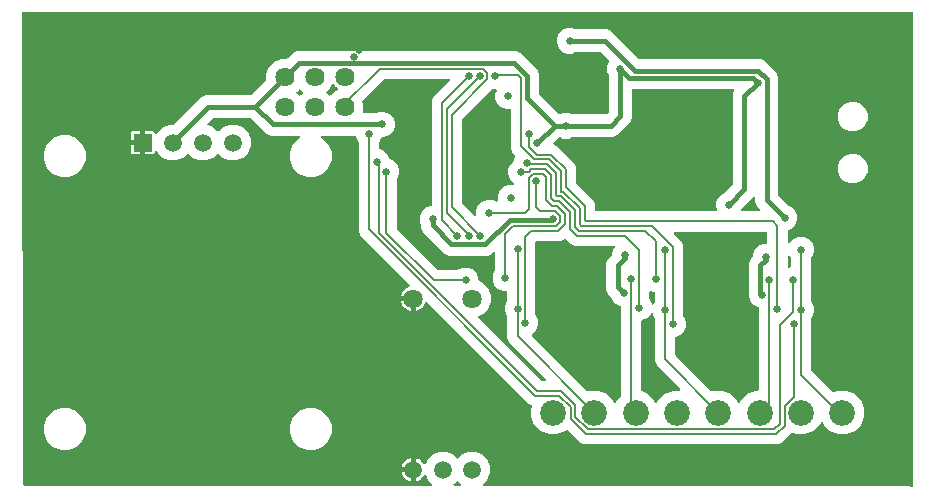
<source format=gbr>
G04 EAGLE Gerber RS-274X export*
G75*
%MOMM*%
%FSLAX34Y34*%
%LPD*%
%INBottom Copper*%
%IPPOS*%
%AMOC8*
5,1,8,0,0,1.08239X$1,22.5*%
G01*
%ADD10C,1.625600*%
%ADD11C,2.184400*%
%ADD12R,1.508000X1.508000*%
%ADD13C,1.508000*%
%ADD14C,1.638300*%
%ADD15C,1.498600*%
%ADD16C,0.654800*%
%ADD17C,0.406400*%
%ADD18C,0.203200*%

G36*
X753087Y228992D02*
X753087Y228992D01*
X753116Y228991D01*
X753226Y229020D01*
X753337Y229042D01*
X753363Y229056D01*
X753391Y229063D01*
X753489Y229121D01*
X753589Y229173D01*
X753611Y229194D01*
X753636Y229209D01*
X753713Y229291D01*
X753795Y229369D01*
X753810Y229394D01*
X753830Y229416D01*
X753882Y229517D01*
X753939Y229614D01*
X753946Y229643D01*
X753960Y229669D01*
X753973Y229746D01*
X754009Y229890D01*
X754007Y229952D01*
X754015Y230000D01*
X754015Y630364D01*
X754007Y630422D01*
X754009Y630480D01*
X753987Y630562D01*
X753975Y630646D01*
X753952Y630699D01*
X753937Y630755D01*
X753894Y630828D01*
X753859Y630905D01*
X753821Y630950D01*
X753792Y631000D01*
X753730Y631058D01*
X753676Y631122D01*
X753627Y631154D01*
X753584Y631194D01*
X753509Y631233D01*
X753439Y631280D01*
X753383Y631297D01*
X753331Y631324D01*
X753263Y631335D01*
X753168Y631365D01*
X753068Y631368D01*
X753000Y631379D01*
X656Y631379D01*
X597Y631371D01*
X538Y631372D01*
X457Y631351D01*
X375Y631339D01*
X320Y631315D01*
X263Y631300D01*
X191Y631257D01*
X115Y631223D01*
X70Y631185D01*
X19Y631154D01*
X-38Y631093D01*
X-102Y631040D01*
X-135Y630990D01*
X-175Y630946D01*
X-213Y630872D01*
X-259Y630803D01*
X-277Y630746D01*
X-304Y630693D01*
X-315Y630625D01*
X-345Y630532D01*
X-348Y630430D01*
X-359Y630362D01*
X581Y230998D01*
X589Y230943D01*
X587Y230899D01*
X588Y230897D01*
X587Y230884D01*
X609Y230801D01*
X621Y230716D01*
X645Y230664D01*
X659Y230609D01*
X703Y230535D01*
X738Y230457D01*
X775Y230413D01*
X805Y230364D01*
X867Y230306D01*
X922Y230241D01*
X970Y230209D01*
X1012Y230170D01*
X1088Y230131D01*
X1159Y230083D01*
X1214Y230066D01*
X1265Y230040D01*
X1334Y230029D01*
X1431Y229998D01*
X1529Y229996D01*
X1596Y229985D01*
X345630Y229985D01*
X345659Y229989D01*
X345688Y229986D01*
X345800Y230009D01*
X345912Y230025D01*
X345938Y230037D01*
X345967Y230042D01*
X346068Y230095D01*
X346171Y230141D01*
X346194Y230160D01*
X346220Y230173D01*
X346302Y230251D01*
X346388Y230325D01*
X346404Y230349D01*
X346426Y230369D01*
X346483Y230467D01*
X346546Y230561D01*
X346555Y230589D01*
X346569Y230614D01*
X346597Y230724D01*
X346631Y230832D01*
X346632Y230862D01*
X346639Y230890D01*
X346636Y231003D01*
X346639Y231116D01*
X346631Y231145D01*
X346630Y231174D01*
X346596Y231282D01*
X346567Y231391D01*
X346552Y231417D01*
X346543Y231445D01*
X346497Y231508D01*
X346422Y231636D01*
X346408Y231649D01*
X346406Y231651D01*
X346374Y231681D01*
X346348Y231718D01*
X342787Y235279D01*
X341307Y238852D01*
X341240Y238965D01*
X341176Y239080D01*
X341168Y239088D01*
X341163Y239097D01*
X341067Y239187D01*
X340973Y239280D01*
X340964Y239285D01*
X340956Y239292D01*
X340839Y239352D01*
X340723Y239415D01*
X340713Y239417D01*
X340703Y239422D01*
X340574Y239448D01*
X340446Y239476D01*
X340435Y239475D01*
X340424Y239477D01*
X340294Y239466D01*
X340162Y239457D01*
X340152Y239454D01*
X340141Y239453D01*
X340019Y239406D01*
X339894Y239361D01*
X339886Y239355D01*
X339876Y239351D01*
X339772Y239272D01*
X339664Y239194D01*
X339658Y239186D01*
X339649Y239179D01*
X339479Y238952D01*
X339473Y238936D01*
X339464Y238924D01*
X339290Y238581D01*
X338361Y237303D01*
X337245Y236187D01*
X335967Y235258D01*
X334560Y234541D01*
X333058Y234053D01*
X332739Y234003D01*
X332739Y242824D01*
X332731Y242882D01*
X332733Y242940D01*
X332711Y243022D01*
X332699Y243105D01*
X332675Y243159D01*
X332661Y243215D01*
X332618Y243288D01*
X332583Y243365D01*
X332545Y243409D01*
X332515Y243460D01*
X332454Y243517D01*
X332399Y243582D01*
X332351Y243614D01*
X332308Y243654D01*
X332233Y243693D01*
X332163Y243739D01*
X332107Y243757D01*
X332055Y243784D01*
X331987Y243795D01*
X331892Y243825D01*
X331792Y243828D01*
X331724Y243839D01*
X330707Y243839D01*
X330707Y243841D01*
X331724Y243841D01*
X331782Y243849D01*
X331840Y243848D01*
X331922Y243869D01*
X332005Y243881D01*
X332059Y243905D01*
X332115Y243919D01*
X332188Y243962D01*
X332265Y243997D01*
X332310Y244035D01*
X332360Y244065D01*
X332418Y244126D01*
X332482Y244181D01*
X332514Y244229D01*
X332554Y244272D01*
X332593Y244347D01*
X332639Y244417D01*
X332657Y244473D01*
X332684Y244525D01*
X332695Y244593D01*
X332725Y244688D01*
X332728Y244788D01*
X332739Y244856D01*
X332739Y253677D01*
X333058Y253627D01*
X334560Y253139D01*
X335967Y252422D01*
X337245Y251493D01*
X338361Y250377D01*
X339290Y249099D01*
X339464Y248756D01*
X339540Y248648D01*
X339613Y248539D01*
X339621Y248532D01*
X339628Y248523D01*
X339731Y248440D01*
X339831Y248356D01*
X339841Y248351D01*
X339849Y248344D01*
X339971Y248293D01*
X340091Y248240D01*
X340101Y248239D01*
X340111Y248234D01*
X340242Y248219D01*
X340372Y248201D01*
X340383Y248203D01*
X340394Y248201D01*
X340524Y248223D01*
X340654Y248242D01*
X340663Y248246D01*
X340674Y248248D01*
X340793Y248305D01*
X340913Y248359D01*
X340921Y248366D01*
X340931Y248371D01*
X341029Y248458D01*
X341129Y248543D01*
X341134Y248552D01*
X341143Y248559D01*
X341295Y248800D01*
X341300Y248816D01*
X341307Y248828D01*
X342787Y252401D01*
X347039Y256653D01*
X352594Y258954D01*
X358606Y258954D01*
X364161Y256653D01*
X367328Y253486D01*
X367375Y253451D01*
X367415Y253408D01*
X367488Y253366D01*
X367555Y253315D01*
X367610Y253294D01*
X367660Y253265D01*
X367742Y253244D01*
X367821Y253214D01*
X367879Y253209D01*
X367936Y253195D01*
X368020Y253197D01*
X368104Y253190D01*
X368162Y253202D01*
X368220Y253204D01*
X368300Y253230D01*
X368383Y253246D01*
X368435Y253273D01*
X368491Y253291D01*
X368547Y253331D01*
X368635Y253377D01*
X368708Y253446D01*
X368764Y253486D01*
X371931Y256653D01*
X377486Y258954D01*
X383498Y258954D01*
X389053Y256653D01*
X393305Y252401D01*
X395606Y246846D01*
X395606Y240834D01*
X393305Y235279D01*
X389744Y231718D01*
X389731Y231701D01*
X389719Y231691D01*
X389716Y231685D01*
X389704Y231676D01*
X389641Y231581D01*
X389573Y231491D01*
X389563Y231463D01*
X389546Y231439D01*
X389512Y231331D01*
X389472Y231225D01*
X389469Y231196D01*
X389461Y231168D01*
X389458Y231054D01*
X389448Y230942D01*
X389454Y230913D01*
X389453Y230884D01*
X389482Y230774D01*
X389504Y230663D01*
X389518Y230637D01*
X389525Y230609D01*
X389583Y230511D01*
X389635Y230411D01*
X389655Y230389D01*
X389670Y230364D01*
X389753Y230287D01*
X389831Y230205D01*
X389856Y230190D01*
X389878Y230170D01*
X389978Y230118D01*
X390076Y230061D01*
X390105Y230054D01*
X390131Y230040D01*
X390208Y230027D01*
X390352Y229991D01*
X390414Y229993D01*
X390462Y229985D01*
X751580Y229985D01*
X752282Y229282D01*
X752306Y229265D01*
X752325Y229242D01*
X752419Y229179D01*
X752509Y229111D01*
X752537Y229101D01*
X752561Y229085D01*
X752669Y229050D01*
X752775Y229010D01*
X752804Y229008D01*
X752832Y228999D01*
X752946Y228996D01*
X753058Y228986D01*
X753087Y228992D01*
G37*
%LPC*%
G36*
X474812Y265429D02*
X474812Y265429D01*
X471638Y266744D01*
X469065Y269316D01*
X461470Y276911D01*
X461424Y276946D01*
X461384Y276989D01*
X461311Y277032D01*
X461243Y277082D01*
X461189Y277103D01*
X461138Y277133D01*
X461057Y277153D01*
X460978Y277183D01*
X460919Y277188D01*
X460863Y277203D01*
X460778Y277200D01*
X460694Y277207D01*
X460637Y277196D01*
X460579Y277194D01*
X460498Y277168D01*
X460416Y277151D01*
X460364Y277124D01*
X460308Y277106D01*
X460252Y277066D01*
X460163Y277020D01*
X460091Y276951D01*
X460035Y276911D01*
X459504Y276380D01*
X452688Y273557D01*
X445312Y273557D01*
X438496Y276380D01*
X433280Y281596D01*
X430457Y288412D01*
X430457Y295788D01*
X431003Y297107D01*
X431018Y297163D01*
X431042Y297217D01*
X431053Y297300D01*
X431074Y297382D01*
X431073Y297440D01*
X431081Y297498D01*
X431069Y297582D01*
X431066Y297666D01*
X431048Y297722D01*
X431040Y297780D01*
X431005Y297857D01*
X430980Y297937D01*
X430947Y297986D01*
X430923Y298039D01*
X430868Y298103D01*
X430821Y298173D01*
X430777Y298211D01*
X430739Y298255D01*
X430680Y298292D01*
X430604Y298356D01*
X430512Y298397D01*
X430454Y298433D01*
X428944Y299059D01*
X342524Y385479D01*
X342514Y385486D01*
X342506Y385496D01*
X342400Y385572D01*
X342297Y385650D01*
X342285Y385654D01*
X342275Y385661D01*
X342152Y385705D01*
X342031Y385751D01*
X342019Y385752D01*
X342007Y385756D01*
X341877Y385764D01*
X341748Y385774D01*
X341736Y385772D01*
X341723Y385773D01*
X341596Y385744D01*
X341469Y385719D01*
X341458Y385713D01*
X341446Y385710D01*
X341332Y385648D01*
X341217Y385588D01*
X341208Y385579D01*
X341197Y385573D01*
X341105Y385482D01*
X341011Y385392D01*
X341004Y385381D01*
X340996Y385372D01*
X340967Y385316D01*
X340867Y385146D01*
X340856Y385105D01*
X340841Y385075D01*
X340654Y384500D01*
X339887Y382995D01*
X338894Y381628D01*
X337700Y380434D01*
X336333Y379441D01*
X334828Y378674D01*
X333221Y378152D01*
X332739Y378076D01*
X332739Y387604D01*
X332731Y387662D01*
X332733Y387720D01*
X332711Y387802D01*
X332699Y387885D01*
X332675Y387939D01*
X332661Y387995D01*
X332618Y388068D01*
X332583Y388145D01*
X332545Y388189D01*
X332515Y388240D01*
X332454Y388297D01*
X332399Y388362D01*
X332351Y388394D01*
X332308Y388434D01*
X332233Y388473D01*
X332163Y388519D01*
X332107Y388537D01*
X332055Y388564D01*
X331987Y388575D01*
X331892Y388605D01*
X331792Y388608D01*
X331724Y388619D01*
X330707Y388619D01*
X330707Y389636D01*
X330699Y389694D01*
X330700Y389752D01*
X330679Y389834D01*
X330667Y389917D01*
X330643Y389971D01*
X330629Y390027D01*
X330586Y390100D01*
X330551Y390177D01*
X330513Y390222D01*
X330483Y390272D01*
X330422Y390330D01*
X330367Y390394D01*
X330319Y390426D01*
X330276Y390466D01*
X330201Y390505D01*
X330131Y390551D01*
X330075Y390569D01*
X330023Y390596D01*
X329955Y390607D01*
X329860Y390637D01*
X329760Y390640D01*
X329692Y390651D01*
X320164Y390651D01*
X320240Y391133D01*
X320762Y392740D01*
X321529Y394245D01*
X322522Y395612D01*
X323716Y396806D01*
X325083Y397799D01*
X326588Y398566D01*
X327163Y398753D01*
X327174Y398758D01*
X327186Y398760D01*
X327301Y398820D01*
X327418Y398877D01*
X327427Y398886D01*
X327438Y398891D01*
X327532Y398981D01*
X327629Y399068D01*
X327635Y399079D01*
X327644Y399087D01*
X327710Y399199D01*
X327778Y399310D01*
X327782Y399322D01*
X327788Y399332D01*
X327820Y399459D01*
X327855Y399584D01*
X327855Y399596D01*
X327858Y399608D01*
X327854Y399738D01*
X327853Y399868D01*
X327849Y399880D01*
X327849Y399892D01*
X327809Y400016D01*
X327772Y400140D01*
X327765Y400151D01*
X327762Y400163D01*
X327725Y400214D01*
X327619Y400380D01*
X327587Y400408D01*
X327567Y400436D01*
X285678Y442325D01*
X284363Y445499D01*
X284363Y520809D01*
X284351Y520895D01*
X284348Y520983D01*
X284331Y521035D01*
X284323Y521090D01*
X284288Y521170D01*
X284261Y521253D01*
X284233Y521293D01*
X284207Y521350D01*
X284111Y521463D01*
X284066Y521527D01*
X283764Y521829D01*
X282152Y525721D01*
X282151Y525722D01*
X282151Y525723D01*
X282079Y525844D01*
X282007Y525965D01*
X282006Y525966D01*
X282005Y525968D01*
X281901Y526065D01*
X281801Y526161D01*
X281799Y526161D01*
X281798Y526162D01*
X281672Y526227D01*
X281548Y526291D01*
X281546Y526291D01*
X281545Y526292D01*
X281530Y526294D01*
X281269Y526346D01*
X281239Y526343D01*
X281214Y526347D01*
X253761Y526347D01*
X253676Y526335D01*
X253590Y526333D01*
X253536Y526315D01*
X253480Y526307D01*
X253401Y526272D01*
X253319Y526246D01*
X253272Y526214D01*
X253220Y526191D01*
X253155Y526136D01*
X253083Y526088D01*
X253046Y526044D01*
X253003Y526008D01*
X252956Y525936D01*
X252900Y525870D01*
X252877Y525818D01*
X252846Y525771D01*
X252820Y525689D01*
X252785Y525610D01*
X252777Y525554D01*
X252760Y525500D01*
X252758Y525414D01*
X252746Y525329D01*
X252754Y525273D01*
X252752Y525216D01*
X252774Y525133D01*
X252786Y525047D01*
X252810Y524996D01*
X252824Y524941D01*
X252868Y524867D01*
X252904Y524788D01*
X252940Y524745D01*
X252970Y524696D01*
X253032Y524637D01*
X253088Y524572D01*
X253130Y524546D01*
X253177Y524502D01*
X253306Y524436D01*
X253373Y524394D01*
X253821Y524208D01*
X258778Y519251D01*
X261461Y512775D01*
X261461Y505765D01*
X258778Y499289D01*
X253821Y494332D01*
X247345Y491649D01*
X240335Y491649D01*
X233859Y494332D01*
X228902Y499289D01*
X226219Y505765D01*
X226219Y512775D01*
X228902Y519251D01*
X233859Y524208D01*
X234307Y524394D01*
X234382Y524438D01*
X234460Y524473D01*
X234503Y524510D01*
X234552Y524539D01*
X234611Y524601D01*
X234677Y524657D01*
X234708Y524704D01*
X234747Y524745D01*
X234787Y524822D01*
X234834Y524893D01*
X234852Y524947D01*
X234878Y524998D01*
X234894Y525082D01*
X234920Y525164D01*
X234922Y525221D01*
X234933Y525277D01*
X234925Y525362D01*
X234928Y525448D01*
X234913Y525503D01*
X234908Y525560D01*
X234877Y525640D01*
X234856Y525723D01*
X234827Y525772D01*
X234806Y525825D01*
X234754Y525894D01*
X234710Y525968D01*
X234669Y526007D01*
X234635Y526052D01*
X234566Y526104D01*
X234503Y526162D01*
X234452Y526188D01*
X234407Y526222D01*
X234327Y526253D01*
X234250Y526292D01*
X234201Y526300D01*
X234141Y526323D01*
X233996Y526334D01*
X233919Y526347D01*
X209980Y526347D01*
X206432Y527817D01*
X193199Y541050D01*
X193129Y541102D01*
X193065Y541162D01*
X193016Y541188D01*
X192972Y541221D01*
X192890Y541252D01*
X192812Y541292D01*
X192765Y541300D01*
X192706Y541322D01*
X192559Y541334D01*
X192481Y541347D01*
X161419Y541347D01*
X161332Y541335D01*
X161245Y541332D01*
X161192Y541315D01*
X161137Y541307D01*
X161058Y541272D01*
X160974Y541245D01*
X160935Y541217D01*
X160878Y541191D01*
X160765Y541095D01*
X160701Y541050D01*
X156558Y536907D01*
X156489Y536816D01*
X156415Y536727D01*
X156404Y536702D01*
X156387Y536680D01*
X156346Y536573D01*
X156300Y536468D01*
X156296Y536440D01*
X156286Y536414D01*
X156276Y536300D01*
X156261Y536186D01*
X156265Y536158D01*
X156262Y536131D01*
X156285Y536018D01*
X156301Y535905D01*
X156313Y535879D01*
X156318Y535852D01*
X156371Y535750D01*
X156418Y535646D01*
X156436Y535624D01*
X156449Y535600D01*
X156528Y535517D01*
X156603Y535429D01*
X156624Y535416D01*
X156645Y535394D01*
X156874Y535259D01*
X156887Y535251D01*
X160988Y533553D01*
X164382Y530158D01*
X164429Y530123D01*
X164469Y530081D01*
X164542Y530038D01*
X164609Y529987D01*
X164664Y529967D01*
X164714Y529937D01*
X164796Y529916D01*
X164875Y529886D01*
X164933Y529881D01*
X164990Y529867D01*
X165074Y529870D01*
X165158Y529863D01*
X165216Y529874D01*
X165274Y529876D01*
X165354Y529902D01*
X165437Y529919D01*
X165489Y529946D01*
X165545Y529964D01*
X165601Y530004D01*
X165689Y530050D01*
X165762Y530118D01*
X165818Y530158D01*
X169212Y533553D01*
X174784Y535861D01*
X180816Y535861D01*
X186388Y533553D01*
X190653Y529288D01*
X192961Y523716D01*
X192961Y517684D01*
X190653Y512112D01*
X186388Y507847D01*
X180816Y505539D01*
X174784Y505539D01*
X169212Y507847D01*
X165818Y511242D01*
X165771Y511277D01*
X165731Y511319D01*
X165658Y511362D01*
X165591Y511413D01*
X165536Y511433D01*
X165486Y511463D01*
X165404Y511484D01*
X165325Y511514D01*
X165267Y511519D01*
X165210Y511533D01*
X165126Y511530D01*
X165042Y511537D01*
X164984Y511526D01*
X164926Y511524D01*
X164846Y511498D01*
X164763Y511481D01*
X164711Y511454D01*
X164655Y511436D01*
X164599Y511396D01*
X164511Y511350D01*
X164438Y511282D01*
X164382Y511242D01*
X160988Y507847D01*
X155416Y505539D01*
X149384Y505539D01*
X143812Y507847D01*
X140418Y511242D01*
X140371Y511277D01*
X140331Y511319D01*
X140258Y511362D01*
X140191Y511413D01*
X140136Y511433D01*
X140086Y511463D01*
X140004Y511484D01*
X139925Y511514D01*
X139867Y511519D01*
X139810Y511533D01*
X139726Y511530D01*
X139642Y511537D01*
X139584Y511526D01*
X139526Y511524D01*
X139446Y511498D01*
X139363Y511481D01*
X139311Y511454D01*
X139255Y511436D01*
X139199Y511396D01*
X139111Y511350D01*
X139038Y511282D01*
X138982Y511242D01*
X135588Y507847D01*
X130016Y505539D01*
X123984Y505539D01*
X118412Y507847D01*
X114147Y512112D01*
X113634Y513352D01*
X113590Y513426D01*
X113555Y513504D01*
X113518Y513548D01*
X113489Y513596D01*
X113427Y513655D01*
X113371Y513721D01*
X113324Y513753D01*
X113283Y513792D01*
X113206Y513831D01*
X113135Y513879D01*
X113081Y513896D01*
X113030Y513922D01*
X112946Y513938D01*
X112864Y513964D01*
X112807Y513966D01*
X112751Y513977D01*
X112666Y513970D01*
X112580Y513972D01*
X112525Y513957D01*
X112468Y513952D01*
X112388Y513922D01*
X112305Y513900D01*
X112256Y513871D01*
X112203Y513850D01*
X112134Y513798D01*
X112060Y513755D01*
X112021Y513713D01*
X111976Y513679D01*
X111924Y513610D01*
X111866Y513547D01*
X111840Y513497D01*
X111806Y513451D01*
X111775Y513371D01*
X111736Y513294D01*
X111728Y513245D01*
X111705Y513185D01*
X111694Y513040D01*
X111681Y512963D01*
X111681Y512826D01*
X111508Y512179D01*
X111173Y511600D01*
X110700Y511127D01*
X110121Y510792D01*
X109474Y510619D01*
X103631Y510619D01*
X103631Y519684D01*
X103623Y519742D01*
X103625Y519800D01*
X103603Y519882D01*
X103591Y519965D01*
X103567Y520019D01*
X103553Y520075D01*
X103510Y520148D01*
X103475Y520225D01*
X103437Y520269D01*
X103407Y520320D01*
X103346Y520377D01*
X103291Y520442D01*
X103243Y520474D01*
X103200Y520514D01*
X103125Y520553D01*
X103055Y520599D01*
X102999Y520617D01*
X102947Y520644D01*
X102879Y520655D01*
X102784Y520685D01*
X102684Y520688D01*
X102616Y520699D01*
X101599Y520699D01*
X101599Y520701D01*
X102616Y520701D01*
X102674Y520709D01*
X102732Y520708D01*
X102814Y520729D01*
X102897Y520741D01*
X102951Y520765D01*
X103007Y520779D01*
X103080Y520822D01*
X103157Y520857D01*
X103202Y520895D01*
X103252Y520925D01*
X103310Y520986D01*
X103374Y521041D01*
X103406Y521089D01*
X103446Y521132D01*
X103485Y521207D01*
X103531Y521277D01*
X103549Y521333D01*
X103576Y521385D01*
X103587Y521453D01*
X103617Y521548D01*
X103620Y521648D01*
X103631Y521716D01*
X103631Y530781D01*
X109474Y530781D01*
X110121Y530608D01*
X110700Y530273D01*
X111173Y529800D01*
X111508Y529221D01*
X111681Y528574D01*
X111681Y528437D01*
X111688Y528386D01*
X111687Y528367D01*
X111693Y528346D01*
X111695Y528266D01*
X111713Y528212D01*
X111721Y528155D01*
X111756Y528077D01*
X111782Y527995D01*
X111814Y527948D01*
X111837Y527896D01*
X111892Y527830D01*
X111940Y527759D01*
X111984Y527722D01*
X112020Y527679D01*
X112092Y527631D01*
X112158Y527576D01*
X112210Y527553D01*
X112257Y527521D01*
X112339Y527495D01*
X112418Y527461D01*
X112474Y527453D01*
X112528Y527436D01*
X112614Y527433D01*
X112699Y527422D01*
X112755Y527430D01*
X112812Y527428D01*
X112895Y527450D01*
X112981Y527462D01*
X113032Y527486D01*
X113087Y527500D01*
X113161Y527544D01*
X113240Y527579D01*
X113283Y527616D01*
X113332Y527645D01*
X113391Y527708D01*
X113456Y527764D01*
X113482Y527806D01*
X113526Y527853D01*
X113592Y527982D01*
X113634Y528048D01*
X114147Y529288D01*
X118412Y533553D01*
X123984Y535861D01*
X127789Y535861D01*
X127876Y535873D01*
X127963Y535876D01*
X128016Y535893D01*
X128071Y535901D01*
X128151Y535936D01*
X128234Y535963D01*
X128273Y535991D01*
X128330Y536017D01*
X128443Y536113D01*
X128507Y536158D01*
X151532Y559183D01*
X155080Y560653D01*
X192481Y560653D01*
X192568Y560665D01*
X192655Y560668D01*
X192708Y560685D01*
X192763Y560693D01*
X192842Y560728D01*
X192926Y560755D01*
X192965Y560783D01*
X193022Y560809D01*
X193135Y560905D01*
X193199Y560950D01*
X205754Y573505D01*
X205806Y573575D01*
X205866Y573639D01*
X205892Y573688D01*
X205925Y573732D01*
X205956Y573814D01*
X205996Y573892D01*
X206004Y573939D01*
X206026Y573998D01*
X206038Y574145D01*
X206051Y574223D01*
X206051Y579033D01*
X208449Y584821D01*
X212879Y589251D01*
X218667Y591649D01*
X223477Y591649D01*
X223564Y591661D01*
X223651Y591664D01*
X223704Y591681D01*
X223759Y591689D01*
X223838Y591724D01*
X223922Y591751D01*
X223961Y591779D01*
X224018Y591805D01*
X224131Y591901D01*
X224195Y591946D01*
X228834Y596585D01*
X232382Y598055D01*
X417702Y598055D01*
X421250Y596585D01*
X424108Y593727D01*
X435263Y582572D01*
X436733Y579024D01*
X436733Y562661D01*
X436745Y562574D01*
X436748Y562487D01*
X436765Y562434D01*
X436773Y562379D01*
X436808Y562300D01*
X436835Y562216D01*
X436863Y562177D01*
X436889Y562120D01*
X436985Y562007D01*
X437030Y561943D01*
X453991Y544982D01*
X453992Y544981D01*
X453993Y544980D01*
X454076Y544918D01*
X454082Y544912D01*
X454086Y544910D01*
X454104Y544897D01*
X454218Y544811D01*
X454220Y544810D01*
X454221Y544809D01*
X454353Y544760D01*
X454484Y544710D01*
X454486Y544710D01*
X454487Y544709D01*
X454632Y544697D01*
X454767Y544686D01*
X454769Y544686D01*
X454770Y544686D01*
X454786Y544690D01*
X455046Y544742D01*
X455073Y544756D01*
X455098Y544762D01*
X457833Y545895D01*
X462167Y545895D01*
X464979Y544730D01*
X465009Y544722D01*
X465036Y544708D01*
X465114Y544695D01*
X465254Y544659D01*
X465319Y544661D01*
X465367Y544653D01*
X493581Y544653D01*
X493668Y544665D01*
X493755Y544668D01*
X493808Y544685D01*
X493863Y544693D01*
X493942Y544728D01*
X494026Y544755D01*
X494065Y544783D01*
X494122Y544809D01*
X494235Y544905D01*
X494299Y544950D01*
X496050Y546701D01*
X496102Y546771D01*
X496162Y546835D01*
X496188Y546884D01*
X496221Y546928D01*
X496252Y547010D01*
X496292Y547088D01*
X496300Y547135D01*
X496322Y547194D01*
X496334Y547341D01*
X496347Y547419D01*
X496347Y577633D01*
X496343Y577663D01*
X496345Y577694D01*
X496328Y577771D01*
X496307Y577914D01*
X496281Y577973D01*
X496270Y578021D01*
X495105Y580833D01*
X495105Y585167D01*
X496625Y588837D01*
X496626Y588839D01*
X496627Y588840D01*
X496661Y588974D01*
X496696Y589112D01*
X496696Y589114D01*
X496697Y589116D01*
X496692Y589256D01*
X496688Y589397D01*
X496688Y589398D01*
X496688Y589400D01*
X496645Y589533D01*
X496602Y589667D01*
X496601Y589669D01*
X496600Y589670D01*
X496592Y589682D01*
X496443Y589904D01*
X496420Y589923D01*
X496405Y589944D01*
X489299Y597050D01*
X489229Y597102D01*
X489165Y597162D01*
X489116Y597188D01*
X489072Y597221D01*
X488990Y597252D01*
X488912Y597292D01*
X488865Y597300D01*
X488806Y597322D01*
X488659Y597334D01*
X488581Y597347D01*
X468367Y597347D01*
X468337Y597343D01*
X468306Y597345D01*
X468229Y597328D01*
X468086Y597307D01*
X468027Y597281D01*
X467979Y597270D01*
X465167Y596105D01*
X460833Y596105D01*
X456829Y597764D01*
X453764Y600829D01*
X452105Y604833D01*
X452105Y609167D01*
X453764Y613171D01*
X456829Y616236D01*
X460833Y617895D01*
X465167Y617895D01*
X467979Y616730D01*
X468009Y616722D01*
X468036Y616708D01*
X468114Y616695D01*
X468254Y616659D01*
X468319Y616661D01*
X468367Y616653D01*
X494920Y616653D01*
X498468Y615183D01*
X522075Y591576D01*
X522145Y591523D01*
X522209Y591463D01*
X522258Y591438D01*
X522302Y591405D01*
X522384Y591374D01*
X522462Y591334D01*
X522510Y591326D01*
X522568Y591304D01*
X522716Y591291D01*
X522793Y591278D01*
X624672Y591278D01*
X628220Y589809D01*
X637992Y580037D01*
X639461Y576489D01*
X639461Y476610D01*
X639473Y476524D01*
X639476Y476436D01*
X639493Y476384D01*
X639501Y476329D01*
X639537Y476249D01*
X639564Y476166D01*
X639592Y476127D01*
X639617Y476070D01*
X639713Y475956D01*
X639758Y475893D01*
X648030Y467621D01*
X648055Y467602D01*
X648075Y467579D01*
X648142Y467537D01*
X648257Y467450D01*
X648317Y467427D01*
X648359Y467401D01*
X651171Y466236D01*
X654236Y463171D01*
X655895Y459167D01*
X655895Y454833D01*
X654236Y450829D01*
X651171Y447764D01*
X648263Y446559D01*
X648262Y446559D01*
X648261Y446558D01*
X648142Y446488D01*
X648019Y446415D01*
X648018Y446414D01*
X648016Y446413D01*
X647919Y446309D01*
X647823Y446208D01*
X647823Y446207D01*
X647822Y446206D01*
X647757Y446080D01*
X647693Y445955D01*
X647693Y445954D01*
X647692Y445952D01*
X647690Y445937D01*
X647638Y445677D01*
X647641Y445646D01*
X647637Y445621D01*
X647637Y436140D01*
X647649Y436055D01*
X647651Y435969D01*
X647669Y435915D01*
X647677Y435858D01*
X647712Y435780D01*
X647738Y435698D01*
X647770Y435651D01*
X647793Y435599D01*
X647848Y435533D01*
X647896Y435462D01*
X647940Y435425D01*
X647976Y435382D01*
X648048Y435334D01*
X648114Y435279D01*
X648166Y435256D01*
X648213Y435224D01*
X648295Y435198D01*
X648374Y435164D01*
X648430Y435156D01*
X648484Y435139D01*
X648570Y435136D01*
X648655Y435125D01*
X648711Y435133D01*
X648768Y435131D01*
X648851Y435153D01*
X648937Y435165D01*
X648988Y435189D01*
X649043Y435203D01*
X649117Y435247D01*
X649196Y435282D01*
X649239Y435319D01*
X649288Y435348D01*
X649347Y435411D01*
X649412Y435467D01*
X649438Y435509D01*
X649482Y435556D01*
X649548Y435685D01*
X649590Y435751D01*
X649764Y436171D01*
X652829Y439236D01*
X656833Y440895D01*
X661167Y440895D01*
X665171Y439236D01*
X668236Y436171D01*
X669895Y432167D01*
X669895Y427833D01*
X668236Y423829D01*
X667934Y423527D01*
X667882Y423457D01*
X667822Y423393D01*
X667796Y423344D01*
X667763Y423299D01*
X667732Y423218D01*
X667692Y423140D01*
X667684Y423092D01*
X667662Y423034D01*
X667650Y422886D01*
X667637Y422809D01*
X667637Y386191D01*
X667649Y386105D01*
X667652Y386017D01*
X667669Y385965D01*
X667677Y385910D01*
X667712Y385830D01*
X667739Y385747D01*
X667767Y385707D01*
X667793Y385650D01*
X667889Y385537D01*
X667934Y385473D01*
X668236Y385171D01*
X669895Y381167D01*
X669895Y376833D01*
X668236Y372829D01*
X667934Y372527D01*
X667882Y372457D01*
X667822Y372393D01*
X667796Y372344D01*
X667763Y372299D01*
X667732Y372218D01*
X667692Y372140D01*
X667684Y372092D01*
X667662Y372034D01*
X667650Y371886D01*
X667637Y371809D01*
X667637Y327998D01*
X667649Y327911D01*
X667652Y327824D01*
X667669Y327771D01*
X667677Y327716D01*
X667712Y327637D01*
X667739Y327553D01*
X667767Y327514D01*
X667793Y327457D01*
X667889Y327344D01*
X667934Y327280D01*
X685773Y309441D01*
X685774Y309440D01*
X685775Y309439D01*
X685859Y309376D01*
X685861Y309374D01*
X685863Y309374D01*
X685889Y309354D01*
X686000Y309270D01*
X686002Y309270D01*
X686003Y309269D01*
X686135Y309219D01*
X686266Y309169D01*
X686267Y309169D01*
X686269Y309168D01*
X686413Y309157D01*
X686549Y309145D01*
X686551Y309146D01*
X686552Y309146D01*
X686568Y309149D01*
X686828Y309201D01*
X686855Y309215D01*
X686879Y309221D01*
X690312Y310643D01*
X697688Y310643D01*
X704504Y307820D01*
X709720Y302604D01*
X712543Y295788D01*
X712543Y288412D01*
X709720Y281596D01*
X704504Y276380D01*
X697688Y273557D01*
X690312Y273557D01*
X683496Y276380D01*
X678280Y281596D01*
X677438Y283630D01*
X677423Y283655D01*
X677414Y283683D01*
X677351Y283777D01*
X677293Y283875D01*
X677272Y283895D01*
X677256Y283919D01*
X677169Y283992D01*
X677087Y284070D01*
X677061Y284083D01*
X677038Y284102D01*
X676935Y284148D01*
X676834Y284200D01*
X676805Y284206D01*
X676778Y284218D01*
X676666Y284233D01*
X676555Y284255D01*
X676526Y284253D01*
X676497Y284257D01*
X676385Y284240D01*
X676272Y284231D01*
X676245Y284220D01*
X676215Y284216D01*
X676112Y284169D01*
X676007Y284129D01*
X675983Y284111D01*
X675956Y284099D01*
X675870Y284025D01*
X675780Y283957D01*
X675762Y283933D01*
X675740Y283914D01*
X675698Y283848D01*
X675610Y283729D01*
X675588Y283671D01*
X675562Y283630D01*
X674720Y281596D01*
X669504Y276380D01*
X662688Y273557D01*
X655312Y273557D01*
X652021Y274920D01*
X652019Y274921D01*
X652018Y274922D01*
X651884Y274956D01*
X651746Y274991D01*
X651744Y274991D01*
X651742Y274992D01*
X651602Y274987D01*
X651461Y274983D01*
X651460Y274983D01*
X651458Y274983D01*
X651325Y274940D01*
X651191Y274897D01*
X651189Y274896D01*
X651188Y274895D01*
X651176Y274887D01*
X650954Y274738D01*
X650935Y274715D01*
X650914Y274700D01*
X645531Y269316D01*
X642958Y266744D01*
X639784Y265429D01*
X474812Y265429D01*
G37*
%LPD*%
G36*
X587009Y462689D02*
X587009Y462689D01*
X587123Y462699D01*
X587149Y462709D01*
X587176Y462713D01*
X587281Y462760D01*
X587388Y462801D01*
X587410Y462818D01*
X587436Y462829D01*
X587523Y462903D01*
X587615Y462972D01*
X587632Y462995D01*
X587653Y463013D01*
X587716Y463108D01*
X587785Y463200D01*
X587795Y463226D01*
X587810Y463249D01*
X587845Y463359D01*
X587886Y463466D01*
X587888Y463494D01*
X587896Y463520D01*
X587899Y463635D01*
X587908Y463749D01*
X587903Y463774D01*
X587903Y463804D01*
X587836Y464061D01*
X587833Y464077D01*
X587105Y465833D01*
X587105Y470167D01*
X588764Y474171D01*
X591829Y477236D01*
X594641Y478401D01*
X594667Y478417D01*
X594697Y478426D01*
X594761Y478472D01*
X594885Y478545D01*
X594930Y478592D01*
X594970Y478621D01*
X601050Y484701D01*
X601102Y484771D01*
X601162Y484835D01*
X601188Y484884D01*
X601221Y484928D01*
X601252Y485010D01*
X601292Y485088D01*
X601300Y485135D01*
X601322Y485194D01*
X601334Y485341D01*
X601347Y485419D01*
X601347Y561979D01*
X602380Y564473D01*
X602409Y564584D01*
X602444Y564694D01*
X602444Y564722D01*
X602451Y564748D01*
X602448Y564863D01*
X602451Y564978D01*
X602444Y565005D01*
X602443Y565033D01*
X602408Y565142D01*
X602379Y565253D01*
X602365Y565277D01*
X602356Y565303D01*
X602292Y565399D01*
X602234Y565497D01*
X602214Y565516D01*
X602198Y565540D01*
X602110Y565613D01*
X602026Y565692D01*
X602002Y565705D01*
X601981Y565722D01*
X601876Y565769D01*
X601773Y565821D01*
X601749Y565826D01*
X601721Y565838D01*
X601457Y565874D01*
X601442Y565877D01*
X516668Y565877D01*
X516610Y565869D01*
X516552Y565870D01*
X516470Y565849D01*
X516386Y565837D01*
X516333Y565813D01*
X516277Y565798D01*
X516204Y565755D01*
X516127Y565721D01*
X516082Y565683D01*
X516032Y565653D01*
X515974Y565592D01*
X515910Y565537D01*
X515878Y565489D01*
X515838Y565446D01*
X515799Y565371D01*
X515752Y565301D01*
X515735Y565245D01*
X515708Y565193D01*
X515697Y565125D01*
X515667Y565030D01*
X515664Y564930D01*
X515653Y564862D01*
X515653Y541080D01*
X514183Y537532D01*
X503468Y526817D01*
X499920Y525347D01*
X465367Y525347D01*
X465337Y525343D01*
X465306Y525345D01*
X465229Y525328D01*
X465086Y525307D01*
X465027Y525281D01*
X464979Y525270D01*
X462167Y524105D01*
X457833Y524105D01*
X455098Y525238D01*
X455096Y525239D01*
X455095Y525239D01*
X454960Y525274D01*
X454822Y525309D01*
X454821Y525309D01*
X454819Y525310D01*
X454679Y525305D01*
X454538Y525301D01*
X454537Y525301D01*
X454535Y525301D01*
X454402Y525258D01*
X454267Y525214D01*
X454266Y525214D01*
X454265Y525213D01*
X454252Y525204D01*
X454031Y525056D01*
X454012Y525033D01*
X453991Y525018D01*
X449521Y520548D01*
X449452Y520456D01*
X449378Y520368D01*
X449366Y520342D01*
X449350Y520320D01*
X449309Y520213D01*
X449262Y520108D01*
X449258Y520081D01*
X449248Y520055D01*
X449239Y519940D01*
X449223Y519827D01*
X449227Y519799D01*
X449225Y519771D01*
X449247Y519659D01*
X449264Y519545D01*
X449275Y519520D01*
X449281Y519493D01*
X449334Y519391D01*
X449381Y519286D01*
X449399Y519265D01*
X449412Y519240D01*
X449491Y519157D01*
X449565Y519070D01*
X449587Y519056D01*
X449608Y519034D01*
X449837Y518900D01*
X449850Y518892D01*
X452245Y517900D01*
X454817Y515328D01*
X464328Y505817D01*
X466900Y503245D01*
X468215Y500070D01*
X468215Y487098D01*
X468227Y487011D01*
X468230Y486924D01*
X468247Y486871D01*
X468255Y486816D01*
X468290Y486736D01*
X468317Y486653D01*
X468345Y486614D01*
X468371Y486557D01*
X468467Y486443D01*
X468512Y486380D01*
X483322Y471570D01*
X484637Y468396D01*
X484637Y463688D01*
X484645Y463630D01*
X484643Y463572D01*
X484665Y463490D01*
X484677Y463407D01*
X484700Y463353D01*
X484715Y463297D01*
X484758Y463224D01*
X484793Y463147D01*
X484831Y463102D01*
X484860Y463052D01*
X484922Y462994D01*
X484976Y462930D01*
X485025Y462898D01*
X485068Y462858D01*
X485143Y462819D01*
X485213Y462773D01*
X485269Y462755D01*
X485321Y462728D01*
X485389Y462717D01*
X485484Y462687D01*
X485584Y462684D01*
X485652Y462673D01*
X586895Y462673D01*
X587009Y462689D01*
G37*
G36*
X606615Y299960D02*
X606615Y299960D01*
X606728Y299969D01*
X606755Y299980D01*
X606784Y299984D01*
X606888Y300031D01*
X606993Y300071D01*
X607017Y300089D01*
X607044Y300101D01*
X607130Y300175D01*
X607220Y300243D01*
X607238Y300267D01*
X607260Y300286D01*
X607301Y300352D01*
X607390Y300471D01*
X607412Y300529D01*
X607438Y300570D01*
X608280Y302604D01*
X613496Y307820D01*
X620312Y310643D01*
X622348Y310643D01*
X622406Y310651D01*
X622464Y310649D01*
X622546Y310671D01*
X622630Y310683D01*
X622683Y310706D01*
X622739Y310721D01*
X622812Y310764D01*
X622889Y310799D01*
X622934Y310837D01*
X622984Y310866D01*
X623042Y310928D01*
X623106Y310982D01*
X623138Y311031D01*
X623178Y311074D01*
X623217Y311149D01*
X623264Y311219D01*
X623281Y311275D01*
X623308Y311327D01*
X623319Y311395D01*
X623349Y311490D01*
X623352Y311590D01*
X623363Y311658D01*
X623363Y380488D01*
X623363Y380490D01*
X623363Y380491D01*
X623343Y380631D01*
X623323Y380770D01*
X623323Y380771D01*
X623323Y380773D01*
X623268Y380893D01*
X623207Y381029D01*
X623206Y381030D01*
X623205Y381032D01*
X623114Y381139D01*
X623024Y381246D01*
X623022Y381247D01*
X623021Y381248D01*
X623008Y381256D01*
X622787Y381404D01*
X622758Y381413D01*
X622737Y381426D01*
X619507Y382764D01*
X616442Y385829D01*
X614783Y389833D01*
X614783Y394167D01*
X614932Y394526D01*
X614940Y394556D01*
X614954Y394584D01*
X614967Y394661D01*
X615003Y394801D01*
X615001Y394866D01*
X615009Y394915D01*
X615009Y418960D01*
X616479Y422507D01*
X617808Y423836D01*
X617860Y423906D01*
X617920Y423970D01*
X617946Y424020D01*
X617979Y424064D01*
X618010Y424145D01*
X618050Y424223D01*
X618058Y424271D01*
X618080Y424329D01*
X618092Y424477D01*
X618105Y424554D01*
X618105Y426289D01*
X619764Y430293D01*
X622829Y433358D01*
X626833Y435017D01*
X629348Y435017D01*
X629406Y435025D01*
X629464Y435023D01*
X629546Y435045D01*
X629630Y435057D01*
X629683Y435080D01*
X629739Y435095D01*
X629812Y435138D01*
X629889Y435173D01*
X629934Y435211D01*
X629984Y435240D01*
X630042Y435302D01*
X630106Y435356D01*
X630138Y435405D01*
X630178Y435448D01*
X630217Y435523D01*
X630264Y435593D01*
X630281Y435649D01*
X630308Y435701D01*
X630319Y435769D01*
X630349Y435864D01*
X630352Y435964D01*
X630363Y436032D01*
X630363Y444384D01*
X630355Y444442D01*
X630357Y444500D01*
X630335Y444582D01*
X630323Y444666D01*
X630300Y444719D01*
X630285Y444775D01*
X630242Y444848D01*
X630207Y444925D01*
X630169Y444970D01*
X630140Y445020D01*
X630078Y445078D01*
X630024Y445142D01*
X629975Y445174D01*
X629932Y445214D01*
X629857Y445253D01*
X629787Y445300D01*
X629731Y445317D01*
X629679Y445344D01*
X629611Y445355D01*
X629516Y445385D01*
X629416Y445388D01*
X629348Y445399D01*
X552207Y445399D01*
X552177Y445395D01*
X552148Y445398D01*
X552037Y445375D01*
X551925Y445360D01*
X551898Y445348D01*
X551870Y445342D01*
X551769Y445290D01*
X551666Y445243D01*
X551643Y445224D01*
X551617Y445211D01*
X551535Y445133D01*
X551449Y445060D01*
X551432Y445035D01*
X551411Y445015D01*
X551354Y444917D01*
X551291Y444823D01*
X551282Y444795D01*
X551267Y444770D01*
X551240Y444660D01*
X551205Y444552D01*
X551205Y444523D01*
X551197Y444494D01*
X551201Y444381D01*
X551198Y444268D01*
X551205Y444239D01*
X551206Y444210D01*
X551241Y444102D01*
X551270Y443993D01*
X551285Y443967D01*
X551294Y443940D01*
X551339Y443876D01*
X551415Y443748D01*
X551461Y443705D01*
X551489Y443666D01*
X557644Y437511D01*
X558959Y434337D01*
X558959Y374191D01*
X558971Y374105D01*
X558974Y374017D01*
X558991Y373965D01*
X558999Y373910D01*
X559034Y373830D01*
X559061Y373747D01*
X559089Y373707D01*
X559115Y373650D01*
X559188Y373564D01*
X559208Y373530D01*
X559232Y373508D01*
X559256Y373473D01*
X559558Y373171D01*
X561217Y369167D01*
X561217Y364833D01*
X559558Y360829D01*
X556493Y357764D01*
X553263Y356426D01*
X553262Y356425D01*
X553261Y356425D01*
X553140Y356353D01*
X553019Y356282D01*
X553018Y356280D01*
X553016Y356280D01*
X552919Y356176D01*
X552823Y356075D01*
X552823Y356073D01*
X552822Y356072D01*
X552757Y355947D01*
X552693Y355822D01*
X552693Y355821D01*
X552692Y355819D01*
X552690Y355804D01*
X552638Y355543D01*
X552641Y355513D01*
X552637Y355488D01*
X552637Y341098D01*
X552649Y341011D01*
X552652Y340924D01*
X552669Y340871D01*
X552677Y340816D01*
X552712Y340737D01*
X552739Y340653D01*
X552767Y340614D01*
X552793Y340557D01*
X552889Y340444D01*
X552934Y340380D01*
X582965Y310349D01*
X582966Y310348D01*
X582967Y310347D01*
X583083Y310260D01*
X583192Y310178D01*
X583194Y310178D01*
X583195Y310177D01*
X583329Y310126D01*
X583458Y310077D01*
X583460Y310077D01*
X583461Y310076D01*
X583605Y310065D01*
X583741Y310053D01*
X583743Y310054D01*
X583744Y310054D01*
X583760Y310057D01*
X584020Y310109D01*
X584047Y310123D01*
X584071Y310129D01*
X585312Y310643D01*
X592688Y310643D01*
X599504Y307820D01*
X604720Y302604D01*
X605562Y300570D01*
X605577Y300545D01*
X605586Y300517D01*
X605649Y300423D01*
X605707Y300325D01*
X605728Y300305D01*
X605744Y300281D01*
X605831Y300208D01*
X605913Y300130D01*
X605939Y300117D01*
X605962Y300098D01*
X606065Y300052D01*
X606166Y300000D01*
X606195Y299994D01*
X606222Y299982D01*
X606334Y299967D01*
X606445Y299945D01*
X606474Y299947D01*
X606503Y299943D01*
X606615Y299960D01*
G37*
G36*
X501615Y299960D02*
X501615Y299960D01*
X501728Y299969D01*
X501755Y299980D01*
X501785Y299984D01*
X501888Y300031D01*
X501993Y300071D01*
X502017Y300089D01*
X502044Y300101D01*
X502130Y300175D01*
X502220Y300243D01*
X502238Y300267D01*
X502260Y300286D01*
X502302Y300352D01*
X502390Y300471D01*
X502412Y300529D01*
X502438Y300570D01*
X503280Y302604D01*
X506066Y305389D01*
X506118Y305459D01*
X506178Y305523D01*
X506204Y305572D01*
X506237Y305616D01*
X506268Y305698D01*
X506308Y305776D01*
X506316Y305824D01*
X506338Y305882D01*
X506345Y305961D01*
X506349Y305976D01*
X506351Y306032D01*
X506363Y306107D01*
X506363Y381488D01*
X506363Y381490D01*
X506363Y381491D01*
X506343Y381631D01*
X506323Y381770D01*
X506323Y381771D01*
X506323Y381773D01*
X506267Y381896D01*
X506207Y382029D01*
X506206Y382030D01*
X506205Y382032D01*
X506114Y382139D01*
X506024Y382246D01*
X506022Y382247D01*
X506021Y382248D01*
X506008Y382256D01*
X505787Y382404D01*
X505758Y382413D01*
X505737Y382426D01*
X502507Y383764D01*
X499442Y386829D01*
X498277Y389641D01*
X498261Y389667D01*
X498252Y389697D01*
X498206Y389760D01*
X498133Y389885D01*
X498086Y389930D01*
X498057Y389970D01*
X495479Y392548D01*
X494009Y396096D01*
X494009Y418960D01*
X495479Y422507D01*
X498808Y425836D01*
X498860Y425906D01*
X498920Y425970D01*
X498946Y426020D01*
X498979Y426064D01*
X499010Y426145D01*
X499050Y426223D01*
X499058Y426271D01*
X499080Y426329D01*
X499092Y426477D01*
X499105Y426554D01*
X499105Y427289D01*
X500764Y431293D01*
X500945Y431474D01*
X500962Y431498D01*
X500985Y431517D01*
X501048Y431611D01*
X501116Y431701D01*
X501126Y431729D01*
X501142Y431753D01*
X501177Y431861D01*
X501217Y431967D01*
X501219Y431996D01*
X501228Y432024D01*
X501231Y432137D01*
X501240Y432250D01*
X501235Y432279D01*
X501235Y432308D01*
X501207Y432418D01*
X501184Y432529D01*
X501171Y432555D01*
X501164Y432583D01*
X501106Y432681D01*
X501054Y432781D01*
X501033Y432803D01*
X501018Y432828D01*
X500936Y432905D01*
X500858Y432987D01*
X500832Y433002D01*
X500811Y433022D01*
X500710Y433074D01*
X500612Y433131D01*
X500584Y433138D01*
X500558Y433152D01*
X500481Y433165D01*
X500337Y433201D01*
X500274Y433199D01*
X500227Y433207D01*
X467438Y433207D01*
X464264Y434522D01*
X460062Y438724D01*
X460015Y438759D01*
X459975Y438801D01*
X459902Y438844D01*
X459835Y438895D01*
X459780Y438916D01*
X459730Y438945D01*
X459648Y438966D01*
X459569Y438996D01*
X459511Y439001D01*
X459454Y439015D01*
X459370Y439013D01*
X459286Y439020D01*
X459228Y439008D01*
X459170Y439006D01*
X459090Y438980D01*
X459007Y438964D01*
X458955Y438937D01*
X458899Y438919D01*
X458843Y438879D01*
X458755Y438833D01*
X458682Y438764D01*
X458626Y438724D01*
X458194Y438292D01*
X455020Y436977D01*
X434974Y436977D01*
X434916Y436969D01*
X434858Y436971D01*
X434776Y436949D01*
X434692Y436937D01*
X434639Y436914D01*
X434583Y436899D01*
X434510Y436856D01*
X434433Y436821D01*
X434388Y436783D01*
X434338Y436754D01*
X434280Y436692D01*
X434216Y436638D01*
X434184Y436589D01*
X434144Y436546D01*
X434105Y436471D01*
X434058Y436401D01*
X434041Y436345D01*
X434014Y436293D01*
X434003Y436225D01*
X433973Y436130D01*
X433970Y436030D01*
X433959Y435962D01*
X433959Y375191D01*
X433971Y375105D01*
X433974Y375017D01*
X433991Y374965D01*
X433999Y374910D01*
X434034Y374830D01*
X434061Y374747D01*
X434089Y374707D01*
X434115Y374650D01*
X434167Y374589D01*
X434193Y374545D01*
X434229Y374511D01*
X434256Y374473D01*
X434558Y374171D01*
X436217Y370167D01*
X436217Y365833D01*
X434558Y361829D01*
X431481Y358751D01*
X431424Y358718D01*
X431322Y358665D01*
X431302Y358646D01*
X431278Y358632D01*
X431199Y358548D01*
X431116Y358469D01*
X431102Y358445D01*
X431083Y358425D01*
X431031Y358323D01*
X430973Y358224D01*
X430966Y358197D01*
X430953Y358172D01*
X430931Y358060D01*
X430902Y357948D01*
X430903Y357921D01*
X430898Y357893D01*
X430908Y357779D01*
X430911Y357664D01*
X430920Y357638D01*
X430922Y357610D01*
X430964Y357503D01*
X430999Y357394D01*
X431013Y357373D01*
X431024Y357345D01*
X431185Y357132D01*
X431194Y357120D01*
X477965Y310349D01*
X477966Y310348D01*
X477967Y310347D01*
X478083Y310260D01*
X478192Y310178D01*
X478194Y310178D01*
X478195Y310177D01*
X478329Y310126D01*
X478458Y310077D01*
X478460Y310077D01*
X478461Y310076D01*
X478605Y310065D01*
X478741Y310053D01*
X478743Y310054D01*
X478744Y310054D01*
X478760Y310057D01*
X479020Y310109D01*
X479047Y310123D01*
X479071Y310129D01*
X480312Y310643D01*
X487688Y310643D01*
X494504Y307820D01*
X499720Y302604D01*
X500562Y300570D01*
X500577Y300545D01*
X500586Y300517D01*
X500649Y300423D01*
X500707Y300325D01*
X500728Y300305D01*
X500744Y300281D01*
X500831Y300208D01*
X500913Y300130D01*
X500939Y300117D01*
X500962Y300098D01*
X501065Y300052D01*
X501166Y300000D01*
X501195Y299994D01*
X501222Y299982D01*
X501334Y299967D01*
X501445Y299945D01*
X501474Y299947D01*
X501503Y299943D01*
X501615Y299960D01*
G37*
G36*
X442383Y319085D02*
X442383Y319085D01*
X442412Y319083D01*
X442523Y319105D01*
X442635Y319121D01*
X442662Y319133D01*
X442691Y319139D01*
X442791Y319191D01*
X442894Y319237D01*
X442917Y319256D01*
X442943Y319270D01*
X443025Y319348D01*
X443111Y319421D01*
X443128Y319445D01*
X443149Y319466D01*
X443206Y319563D01*
X443269Y319658D01*
X443278Y319686D01*
X443293Y319711D01*
X443321Y319820D01*
X443355Y319929D01*
X443356Y319958D01*
X443363Y319986D01*
X443359Y320099D01*
X443362Y320213D01*
X443355Y320241D01*
X443354Y320271D01*
X443319Y320378D01*
X443290Y320488D01*
X443275Y320513D01*
X443266Y320541D01*
X443221Y320605D01*
X443145Y320732D01*
X443099Y320775D01*
X443071Y320814D01*
X411678Y352208D01*
X410363Y355382D01*
X410363Y372809D01*
X410351Y372895D01*
X410348Y372983D01*
X410331Y373035D01*
X410323Y373090D01*
X410288Y373170D01*
X410261Y373253D01*
X410233Y373293D01*
X410207Y373350D01*
X410111Y373463D01*
X410066Y373527D01*
X409764Y373829D01*
X408105Y377833D01*
X408105Y382167D01*
X409764Y386171D01*
X410066Y386473D01*
X410118Y386543D01*
X410178Y386607D01*
X410204Y386656D01*
X410237Y386701D01*
X410268Y386782D01*
X410308Y386860D01*
X410316Y386908D01*
X410338Y386966D01*
X410350Y387114D01*
X410363Y387191D01*
X410363Y394090D01*
X410355Y394148D01*
X410357Y394206D01*
X410335Y394288D01*
X410323Y394372D01*
X410300Y394425D01*
X410285Y394481D01*
X410242Y394554D01*
X410207Y394631D01*
X410169Y394676D01*
X410140Y394726D01*
X410078Y394784D01*
X410024Y394848D01*
X409975Y394880D01*
X409932Y394920D01*
X409857Y394959D01*
X409787Y395006D01*
X409731Y395023D01*
X409679Y395050D01*
X409611Y395061D01*
X409516Y395091D01*
X409416Y395094D01*
X409348Y395105D01*
X406511Y395105D01*
X402507Y396764D01*
X399442Y399829D01*
X397783Y403833D01*
X397783Y408167D01*
X399442Y412171D01*
X399744Y412473D01*
X399796Y412543D01*
X399856Y412607D01*
X399882Y412656D01*
X399915Y412701D01*
X399946Y412782D01*
X399986Y412860D01*
X399994Y412908D01*
X400016Y412966D01*
X400028Y413114D01*
X400041Y413191D01*
X400041Y426939D01*
X400037Y426968D01*
X400040Y426998D01*
X400017Y427109D01*
X400001Y427221D01*
X399989Y427247D01*
X399984Y427276D01*
X399931Y427377D01*
X399885Y427480D01*
X399866Y427503D01*
X399853Y427529D01*
X399775Y427611D01*
X399702Y427697D01*
X399677Y427713D01*
X399657Y427735D01*
X399559Y427792D01*
X399465Y427855D01*
X399437Y427864D01*
X399412Y427878D01*
X399302Y427906D01*
X399194Y427941D01*
X399164Y427941D01*
X399136Y427948D01*
X399023Y427945D01*
X398910Y427948D01*
X398881Y427940D01*
X398852Y427939D01*
X398744Y427905D01*
X398635Y427876D01*
X398609Y427861D01*
X398581Y427852D01*
X398517Y427806D01*
X398390Y427731D01*
X398347Y427685D01*
X398308Y427657D01*
X397100Y426449D01*
X393552Y424980D01*
X361011Y424980D01*
X357463Y426449D01*
X338817Y445095D01*
X337347Y448643D01*
X337347Y450633D01*
X337343Y450663D01*
X337345Y450694D01*
X337328Y450771D01*
X337307Y450914D01*
X337281Y450973D01*
X337270Y451021D01*
X336105Y453833D01*
X336105Y458167D01*
X337764Y462171D01*
X340829Y465236D01*
X344833Y466895D01*
X345322Y466895D01*
X345380Y466903D01*
X345438Y466901D01*
X345520Y466923D01*
X345603Y466935D01*
X345657Y466958D01*
X345713Y466973D01*
X345786Y467016D01*
X345863Y467051D01*
X345908Y467089D01*
X345958Y467118D01*
X346016Y467180D01*
X346080Y467234D01*
X346112Y467283D01*
X346152Y467326D01*
X346191Y467401D01*
X346237Y467471D01*
X346255Y467527D01*
X346282Y467579D01*
X346293Y467647D01*
X346323Y467742D01*
X346326Y467842D01*
X346337Y467910D01*
X346337Y555744D01*
X347652Y558918D01*
X350224Y561491D01*
X361686Y572952D01*
X361704Y572976D01*
X361726Y572995D01*
X361789Y573089D01*
X361857Y573179D01*
X361867Y573207D01*
X361884Y573231D01*
X361918Y573339D01*
X361958Y573445D01*
X361960Y573474D01*
X361969Y573502D01*
X361972Y573616D01*
X361982Y573728D01*
X361976Y573757D01*
X361977Y573786D01*
X361948Y573896D01*
X361926Y574007D01*
X361912Y574033D01*
X361905Y574061D01*
X361847Y574159D01*
X361795Y574259D01*
X361775Y574281D01*
X361760Y574306D01*
X361677Y574383D01*
X361599Y574465D01*
X361574Y574480D01*
X361552Y574500D01*
X361451Y574552D01*
X361354Y574609D01*
X361325Y574616D01*
X361299Y574630D01*
X361222Y574643D01*
X361078Y574679D01*
X361016Y574677D01*
X360968Y574685D01*
X306420Y574685D01*
X306333Y574673D01*
X306246Y574670D01*
X306193Y574653D01*
X306138Y574645D01*
X306059Y574610D01*
X305975Y574583D01*
X305936Y574555D01*
X305879Y574529D01*
X305766Y574433D01*
X305702Y574388D01*
X287832Y556518D01*
X287831Y556517D01*
X287830Y556516D01*
X287744Y556400D01*
X287661Y556291D01*
X287661Y556289D01*
X287660Y556288D01*
X287609Y556154D01*
X287560Y556025D01*
X287560Y556023D01*
X287559Y556022D01*
X287548Y555877D01*
X287536Y555742D01*
X287537Y555740D01*
X287536Y555739D01*
X287540Y555723D01*
X287592Y555463D01*
X287606Y555436D01*
X287612Y555411D01*
X288349Y553633D01*
X288349Y547367D01*
X288220Y547057D01*
X288191Y546945D01*
X288157Y546836D01*
X288156Y546808D01*
X288149Y546781D01*
X288152Y546667D01*
X288149Y546552D01*
X288156Y546525D01*
X288157Y546497D01*
X288192Y546388D01*
X288221Y546277D01*
X288235Y546253D01*
X288244Y546226D01*
X288308Y546131D01*
X288366Y546032D01*
X288387Y546013D01*
X288402Y545990D01*
X288490Y545916D01*
X288574Y545838D01*
X288598Y545825D01*
X288620Y545807D01*
X288725Y545760D01*
X288827Y545708D01*
X288851Y545704D01*
X288879Y545692D01*
X289143Y545655D01*
X289158Y545653D01*
X298633Y545653D01*
X298663Y545657D01*
X298694Y545655D01*
X298771Y545672D01*
X298914Y545693D01*
X298973Y545719D01*
X299021Y545730D01*
X301833Y546895D01*
X306167Y546895D01*
X310171Y545236D01*
X313236Y542171D01*
X314895Y538167D01*
X314895Y533833D01*
X313236Y529829D01*
X310171Y526764D01*
X306167Y525105D01*
X304272Y525105D01*
X304270Y525105D01*
X304269Y525105D01*
X304129Y525085D01*
X303990Y525065D01*
X303989Y525065D01*
X303987Y525065D01*
X303861Y525008D01*
X303731Y524949D01*
X303730Y524948D01*
X303728Y524947D01*
X303621Y524856D01*
X303514Y524766D01*
X303513Y524764D01*
X303512Y524763D01*
X303504Y524750D01*
X303356Y524529D01*
X303347Y524500D01*
X303334Y524479D01*
X302236Y521829D01*
X301934Y521527D01*
X301882Y521457D01*
X301822Y521393D01*
X301796Y521344D01*
X301763Y521299D01*
X301732Y521218D01*
X301692Y521140D01*
X301684Y521092D01*
X301662Y521034D01*
X301650Y520886D01*
X301637Y520809D01*
X301637Y515793D01*
X301637Y515791D01*
X301637Y515790D01*
X301657Y515650D01*
X301677Y515511D01*
X301677Y515510D01*
X301677Y515508D01*
X301734Y515382D01*
X301793Y515252D01*
X301794Y515251D01*
X301795Y515249D01*
X301886Y515142D01*
X301976Y515035D01*
X301978Y515034D01*
X301979Y515033D01*
X301992Y515025D01*
X302213Y514877D01*
X302242Y514868D01*
X302263Y514855D01*
X306171Y513236D01*
X309236Y510171D01*
X310521Y507070D01*
X310565Y506995D01*
X310601Y506915D01*
X310637Y506873D01*
X310665Y506825D01*
X310729Y506765D01*
X310785Y506699D01*
X310826Y506673D01*
X310872Y506630D01*
X311004Y506562D01*
X311070Y506521D01*
X314171Y505236D01*
X317236Y502171D01*
X318895Y498167D01*
X318895Y493833D01*
X317236Y489829D01*
X316934Y489527D01*
X316882Y489457D01*
X316822Y489393D01*
X316796Y489344D01*
X316763Y489299D01*
X316732Y489218D01*
X316692Y489140D01*
X316684Y489092D01*
X316662Y489034D01*
X316650Y488886D01*
X316637Y488809D01*
X316637Y447998D01*
X316649Y447911D01*
X316652Y447824D01*
X316669Y447771D01*
X316677Y447716D01*
X316712Y447637D01*
X316739Y447553D01*
X316767Y447514D01*
X316793Y447457D01*
X316889Y447344D01*
X316934Y447280D01*
X351280Y412934D01*
X351350Y412882D01*
X351414Y412822D01*
X351463Y412796D01*
X351507Y412763D01*
X351589Y412732D01*
X351667Y412692D01*
X351714Y412684D01*
X351773Y412662D01*
X351921Y412650D01*
X351998Y412637D01*
X367809Y412637D01*
X367895Y412649D01*
X367983Y412652D01*
X368035Y412669D01*
X368090Y412677D01*
X368170Y412712D01*
X368253Y412739D01*
X368293Y412767D01*
X368350Y412793D01*
X368463Y412889D01*
X368527Y412934D01*
X368829Y413236D01*
X372833Y414895D01*
X377167Y414895D01*
X381171Y413236D01*
X384236Y410171D01*
X385895Y406167D01*
X385895Y404176D01*
X385895Y404174D01*
X385895Y404172D01*
X385915Y404032D01*
X385935Y403894D01*
X385935Y403893D01*
X385935Y403891D01*
X385993Y403764D01*
X386051Y403635D01*
X386052Y403633D01*
X386053Y403632D01*
X386144Y403525D01*
X386234Y403418D01*
X386236Y403417D01*
X386237Y403416D01*
X386250Y403407D01*
X386471Y403260D01*
X386500Y403251D01*
X386521Y403238D01*
X389449Y402025D01*
X393897Y397577D01*
X396304Y391765D01*
X396304Y385475D01*
X393897Y379663D01*
X389449Y375215D01*
X386267Y373897D01*
X386168Y373839D01*
X386066Y373786D01*
X386046Y373767D01*
X386022Y373752D01*
X385943Y373669D01*
X385860Y373590D01*
X385846Y373566D01*
X385827Y373546D01*
X385774Y373444D01*
X385716Y373345D01*
X385709Y373318D01*
X385697Y373293D01*
X385674Y373180D01*
X385646Y373069D01*
X385647Y373041D01*
X385642Y373014D01*
X385651Y372900D01*
X385655Y372785D01*
X385664Y372759D01*
X385666Y372731D01*
X385707Y372624D01*
X385743Y372514D01*
X385757Y372494D01*
X385768Y372466D01*
X385929Y372253D01*
X385937Y372241D01*
X438800Y319379D01*
X438870Y319326D01*
X438934Y319266D01*
X438983Y319241D01*
X439027Y319208D01*
X439109Y319177D01*
X439187Y319137D01*
X439234Y319129D01*
X439293Y319106D01*
X439440Y319094D01*
X439518Y319081D01*
X442354Y319081D01*
X442383Y319085D01*
G37*
G36*
X383177Y458682D02*
X383177Y458682D01*
X383206Y458682D01*
X383316Y458710D01*
X383427Y458733D01*
X383453Y458746D01*
X383481Y458754D01*
X383579Y458811D01*
X383679Y458864D01*
X383701Y458884D01*
X383726Y458899D01*
X383803Y458981D01*
X383885Y459059D01*
X383900Y459085D01*
X383920Y459106D01*
X383972Y459207D01*
X384029Y459305D01*
X384036Y459333D01*
X384050Y459359D01*
X384063Y459437D01*
X384099Y459580D01*
X384097Y459643D01*
X384105Y459690D01*
X384105Y463553D01*
X385764Y467557D01*
X388829Y470622D01*
X392833Y472281D01*
X397167Y472281D01*
X400701Y470817D01*
X400813Y470788D01*
X400922Y470753D01*
X400950Y470753D01*
X400977Y470746D01*
X401091Y470749D01*
X401206Y470746D01*
X401233Y470753D01*
X401261Y470754D01*
X401370Y470789D01*
X401481Y470818D01*
X401505Y470832D01*
X401532Y470841D01*
X401627Y470905D01*
X401726Y470963D01*
X401745Y470983D01*
X401768Y470999D01*
X401842Y471087D01*
X401920Y471171D01*
X401933Y471195D01*
X401951Y471216D01*
X401997Y471321D01*
X402050Y471424D01*
X402054Y471448D01*
X402066Y471476D01*
X402103Y471740D01*
X402105Y471755D01*
X402105Y476167D01*
X403764Y480171D01*
X406829Y483236D01*
X410833Y484895D01*
X415247Y484895D01*
X415276Y484899D01*
X415305Y484896D01*
X415416Y484919D01*
X415528Y484935D01*
X415555Y484947D01*
X415584Y484952D01*
X415684Y485005D01*
X415788Y485051D01*
X415810Y485070D01*
X415836Y485083D01*
X415918Y485161D01*
X416005Y485234D01*
X416021Y485259D01*
X416042Y485279D01*
X416099Y485377D01*
X416162Y485471D01*
X416171Y485499D01*
X416186Y485524D01*
X416214Y485634D01*
X416248Y485742D01*
X416249Y485772D01*
X416256Y485800D01*
X416252Y485913D01*
X416255Y486026D01*
X416248Y486055D01*
X416247Y486084D01*
X416212Y486192D01*
X416184Y486301D01*
X416169Y486327D01*
X416160Y486355D01*
X416114Y486418D01*
X416038Y486546D01*
X415993Y486589D01*
X415965Y486628D01*
X412823Y489769D01*
X411165Y493774D01*
X411165Y498108D01*
X412823Y502112D01*
X415375Y504664D01*
X415427Y504734D01*
X415487Y504797D01*
X415513Y504847D01*
X415546Y504891D01*
X415577Y504973D01*
X415617Y505051D01*
X415625Y505098D01*
X415647Y505157D01*
X415659Y505304D01*
X415672Y505382D01*
X415672Y505734D01*
X417139Y509275D01*
X417139Y509276D01*
X417140Y509278D01*
X417174Y509412D01*
X417210Y509550D01*
X417210Y509552D01*
X417210Y509553D01*
X417206Y509694D01*
X417202Y509834D01*
X417201Y509836D01*
X417201Y509837D01*
X417160Y509964D01*
X417115Y510105D01*
X417114Y510106D01*
X417114Y510108D01*
X417105Y510120D01*
X416957Y510341D01*
X416933Y510361D01*
X416919Y510381D01*
X414678Y512622D01*
X413363Y515796D01*
X413363Y548090D01*
X413355Y548148D01*
X413357Y548206D01*
X413335Y548288D01*
X413323Y548372D01*
X413300Y548425D01*
X413285Y548481D01*
X413242Y548554D01*
X413207Y548631D01*
X413169Y548676D01*
X413140Y548726D01*
X413078Y548784D01*
X413024Y548848D01*
X412975Y548880D01*
X412932Y548920D01*
X412857Y548959D01*
X412787Y549006D01*
X412731Y549023D01*
X412679Y549050D01*
X412611Y549061D01*
X412516Y549091D01*
X412416Y549094D01*
X412348Y549105D01*
X408833Y549105D01*
X404829Y550764D01*
X401764Y553829D01*
X400105Y557833D01*
X400105Y562167D01*
X401155Y564701D01*
X401184Y564813D01*
X401218Y564922D01*
X401219Y564950D01*
X401226Y564977D01*
X401223Y565091D01*
X401226Y565206D01*
X401219Y565233D01*
X401218Y565261D01*
X401183Y565370D01*
X401154Y565481D01*
X401140Y565505D01*
X401131Y565532D01*
X401067Y565627D01*
X401009Y565726D01*
X400988Y565745D01*
X400973Y565768D01*
X400885Y565842D01*
X400801Y565920D01*
X400777Y565933D01*
X400755Y565951D01*
X400650Y565998D01*
X400548Y566050D01*
X400524Y566054D01*
X400496Y566066D01*
X400232Y566103D01*
X400217Y566105D01*
X397681Y566105D01*
X397594Y566093D01*
X397507Y566090D01*
X397454Y566073D01*
X397399Y566065D01*
X397319Y566030D01*
X397236Y566003D01*
X397197Y565975D01*
X397140Y565949D01*
X397026Y565853D01*
X396963Y565808D01*
X372064Y540910D01*
X372012Y540840D01*
X371952Y540776D01*
X371927Y540727D01*
X371894Y540682D01*
X371862Y540601D01*
X371823Y540523D01*
X371815Y540475D01*
X371792Y540417D01*
X371780Y540269D01*
X371767Y540192D01*
X371767Y469998D01*
X371779Y469911D01*
X371782Y469824D01*
X371799Y469771D01*
X371807Y469716D01*
X371843Y469637D01*
X371870Y469553D01*
X371898Y469514D01*
X371923Y469457D01*
X372019Y469344D01*
X372064Y469280D01*
X382372Y458972D01*
X382396Y458955D01*
X382415Y458932D01*
X382509Y458870D01*
X382599Y458802D01*
X382627Y458791D01*
X382651Y458775D01*
X382759Y458741D01*
X382865Y458700D01*
X382894Y458698D01*
X382922Y458689D01*
X383036Y458686D01*
X383148Y458677D01*
X383177Y458682D01*
G37*
G36*
X536615Y299960D02*
X536615Y299960D01*
X536728Y299969D01*
X536755Y299980D01*
X536785Y299984D01*
X536888Y300031D01*
X536993Y300071D01*
X537017Y300089D01*
X537044Y300101D01*
X537130Y300175D01*
X537220Y300243D01*
X537238Y300267D01*
X537260Y300286D01*
X537302Y300352D01*
X537390Y300471D01*
X537412Y300529D01*
X537438Y300570D01*
X538280Y302604D01*
X543496Y307820D01*
X550312Y310643D01*
X555792Y310643D01*
X555821Y310647D01*
X555850Y310644D01*
X555961Y310667D01*
X556074Y310683D01*
X556100Y310695D01*
X556129Y310700D01*
X556230Y310752D01*
X556333Y310799D01*
X556355Y310818D01*
X556381Y310831D01*
X556463Y310909D01*
X556550Y310982D01*
X556566Y311007D01*
X556588Y311027D01*
X556645Y311125D01*
X556708Y311219D01*
X556716Y311247D01*
X556731Y311272D01*
X556759Y311382D01*
X556793Y311490D01*
X556794Y311520D01*
X556801Y311548D01*
X556798Y311661D01*
X556801Y311774D01*
X556793Y311803D01*
X556792Y311832D01*
X556757Y311940D01*
X556729Y312049D01*
X556714Y312075D01*
X556705Y312103D01*
X556659Y312166D01*
X556584Y312294D01*
X556538Y312337D01*
X556510Y312376D01*
X536678Y332208D01*
X535363Y335382D01*
X535363Y371809D01*
X535351Y371895D01*
X535348Y371983D01*
X535331Y372035D01*
X535323Y372090D01*
X535288Y372170D01*
X535261Y372253D01*
X535233Y372293D01*
X535207Y372350D01*
X535111Y372463D01*
X535066Y372527D01*
X534764Y372829D01*
X533524Y375823D01*
X533509Y375848D01*
X533500Y375876D01*
X533437Y375970D01*
X533379Y376067D01*
X533358Y376088D01*
X533342Y376112D01*
X533255Y376185D01*
X533173Y376263D01*
X533147Y376276D01*
X533124Y376295D01*
X533020Y376341D01*
X532920Y376393D01*
X532891Y376398D01*
X532864Y376410D01*
X532752Y376426D01*
X532641Y376448D01*
X532612Y376445D01*
X532583Y376449D01*
X532470Y376433D01*
X532358Y376423D01*
X532330Y376413D01*
X532301Y376409D01*
X532198Y376362D01*
X532092Y376321D01*
X532069Y376304D01*
X532042Y376292D01*
X531956Y376218D01*
X531866Y376150D01*
X531848Y376126D01*
X531826Y376107D01*
X531784Y376041D01*
X531695Y375922D01*
X531673Y375863D01*
X531648Y375823D01*
X531236Y374829D01*
X528171Y371764D01*
X524263Y370145D01*
X524262Y370144D01*
X524261Y370144D01*
X524140Y370072D01*
X524019Y370001D01*
X524018Y370000D01*
X524016Y369999D01*
X523918Y369894D01*
X523823Y369794D01*
X523823Y369793D01*
X523822Y369791D01*
X523757Y369666D01*
X523693Y369541D01*
X523693Y369540D01*
X523692Y369538D01*
X523690Y369523D01*
X523638Y369262D01*
X523641Y369232D01*
X523637Y369207D01*
X523637Y310928D01*
X523637Y310927D01*
X523637Y310925D01*
X523658Y310781D01*
X523677Y310647D01*
X523677Y310645D01*
X523677Y310644D01*
X523734Y310518D01*
X523793Y310387D01*
X523794Y310386D01*
X523795Y310385D01*
X523886Y310278D01*
X523976Y310170D01*
X523978Y310169D01*
X523979Y310168D01*
X523992Y310160D01*
X524213Y310013D01*
X524242Y310004D01*
X524263Y309990D01*
X529504Y307820D01*
X534720Y302604D01*
X535562Y300570D01*
X535577Y300545D01*
X535586Y300517D01*
X535649Y300423D01*
X535707Y300325D01*
X535728Y300305D01*
X535744Y300281D01*
X535831Y300208D01*
X535913Y300130D01*
X535939Y300117D01*
X535962Y300098D01*
X536065Y300052D01*
X536166Y300000D01*
X536195Y299994D01*
X536222Y299982D01*
X536334Y299967D01*
X536445Y299945D01*
X536474Y299947D01*
X536503Y299943D01*
X536615Y299960D01*
G37*
%LPC*%
G36*
X32055Y491649D02*
X32055Y491649D01*
X25579Y494332D01*
X20622Y499289D01*
X17939Y505765D01*
X17939Y512775D01*
X20622Y519251D01*
X25579Y524208D01*
X32055Y526891D01*
X39065Y526891D01*
X45541Y524208D01*
X50498Y519251D01*
X53181Y512775D01*
X53181Y505765D01*
X50498Y499289D01*
X45541Y494332D01*
X39065Y491649D01*
X32055Y491649D01*
G37*
%LPD*%
%LPC*%
G36*
X240335Y260509D02*
X240335Y260509D01*
X233859Y263192D01*
X228902Y268149D01*
X226219Y274625D01*
X226219Y281635D01*
X228902Y288111D01*
X233859Y293068D01*
X240335Y295751D01*
X247345Y295751D01*
X253821Y293068D01*
X258778Y288111D01*
X261461Y281635D01*
X261461Y274625D01*
X258778Y268149D01*
X253821Y263192D01*
X247345Y260509D01*
X240335Y260509D01*
G37*
%LPD*%
%LPC*%
G36*
X32055Y260509D02*
X32055Y260509D01*
X25579Y263192D01*
X20622Y268149D01*
X17939Y274625D01*
X17939Y281635D01*
X20622Y288111D01*
X25579Y293068D01*
X32055Y295751D01*
X39065Y295751D01*
X45541Y293068D01*
X50498Y288111D01*
X53181Y281635D01*
X53181Y274625D01*
X50498Y268149D01*
X45541Y263192D01*
X39065Y260509D01*
X32055Y260509D01*
G37*
%LPD*%
%LPC*%
G36*
X700290Y530079D02*
X700290Y530079D01*
X695651Y532001D01*
X692101Y535551D01*
X690179Y540190D01*
X690179Y545210D01*
X692101Y549849D01*
X695651Y553399D01*
X700290Y555321D01*
X705310Y555321D01*
X709949Y553399D01*
X713499Y549849D01*
X715421Y545210D01*
X715421Y540190D01*
X713499Y535551D01*
X709949Y532001D01*
X705310Y530079D01*
X700290Y530079D01*
G37*
%LPD*%
%LPC*%
G36*
X700290Y486079D02*
X700290Y486079D01*
X695651Y488001D01*
X692101Y491551D01*
X690179Y496190D01*
X690179Y501210D01*
X692101Y505849D01*
X695651Y509399D01*
X700290Y511321D01*
X705310Y511321D01*
X709949Y509399D01*
X713499Y505849D01*
X715421Y501210D01*
X715421Y496190D01*
X713499Y491551D01*
X709949Y488001D01*
X705310Y486079D01*
X700290Y486079D01*
G37*
%LPD*%
G36*
X623254Y462677D02*
X623254Y462677D01*
X623283Y462674D01*
X623394Y462697D01*
X623507Y462713D01*
X623533Y462725D01*
X623562Y462730D01*
X623663Y462783D01*
X623766Y462829D01*
X623788Y462848D01*
X623815Y462861D01*
X623897Y462939D01*
X623983Y463013D01*
X623999Y463037D01*
X624021Y463057D01*
X624078Y463155D01*
X624141Y463249D01*
X624150Y463277D01*
X624164Y463302D01*
X624192Y463412D01*
X624226Y463520D01*
X624227Y463550D01*
X624234Y463578D01*
X624231Y463691D01*
X624234Y463804D01*
X624226Y463833D01*
X624225Y463862D01*
X624190Y463970D01*
X624162Y464079D01*
X624147Y464105D01*
X624138Y464133D01*
X624092Y464196D01*
X624017Y464324D01*
X623971Y464367D01*
X623943Y464406D01*
X621625Y466724D01*
X620156Y470272D01*
X620156Y474054D01*
X620152Y474083D01*
X620154Y474112D01*
X620132Y474223D01*
X620116Y474335D01*
X620104Y474362D01*
X620098Y474391D01*
X620046Y474491D01*
X620000Y474595D01*
X619981Y474617D01*
X619967Y474643D01*
X619889Y474725D01*
X619816Y474812D01*
X619792Y474828D01*
X619771Y474849D01*
X619673Y474906D01*
X619579Y474969D01*
X619551Y474978D01*
X619526Y474993D01*
X619416Y475021D01*
X619308Y475055D01*
X619279Y475056D01*
X619250Y475063D01*
X619137Y475059D01*
X619024Y475062D01*
X618996Y475055D01*
X618966Y475054D01*
X618859Y475019D01*
X618749Y474990D01*
X618724Y474975D01*
X618696Y474966D01*
X618632Y474921D01*
X618505Y474845D01*
X618462Y474799D01*
X618423Y474771D01*
X608621Y464970D01*
X608602Y464945D01*
X608579Y464925D01*
X608537Y464858D01*
X608450Y464743D01*
X608427Y464683D01*
X608401Y464641D01*
X608167Y464077D01*
X608139Y463965D01*
X608104Y463856D01*
X608103Y463828D01*
X608096Y463801D01*
X608100Y463687D01*
X608097Y463572D01*
X608104Y463545D01*
X608104Y463517D01*
X608139Y463408D01*
X608168Y463297D01*
X608183Y463273D01*
X608191Y463246D01*
X608255Y463151D01*
X608314Y463052D01*
X608334Y463033D01*
X608349Y463010D01*
X608437Y462936D01*
X608521Y462858D01*
X608546Y462845D01*
X608567Y462827D01*
X608672Y462781D01*
X608774Y462728D01*
X608799Y462724D01*
X608827Y462712D01*
X609091Y462675D01*
X609105Y462673D01*
X623225Y462673D01*
X623254Y462677D01*
G37*
%LPC*%
G36*
X91519Y522731D02*
X91519Y522731D01*
X91519Y528574D01*
X91692Y529221D01*
X92027Y529800D01*
X92500Y530273D01*
X93079Y530608D01*
X93726Y530781D01*
X99569Y530781D01*
X99569Y522731D01*
X91519Y522731D01*
G37*
%LPD*%
%LPC*%
G36*
X93726Y510619D02*
X93726Y510619D01*
X93079Y510792D01*
X92500Y511127D01*
X92027Y511600D01*
X91692Y512179D01*
X91519Y512826D01*
X91519Y518669D01*
X99569Y518669D01*
X99569Y510619D01*
X93726Y510619D01*
G37*
%LPD*%
%LPC*%
G36*
X328195Y378152D02*
X328195Y378152D01*
X326588Y378674D01*
X325083Y379441D01*
X323716Y380434D01*
X322522Y381628D01*
X321529Y382995D01*
X320762Y384500D01*
X320240Y386107D01*
X320164Y386589D01*
X328677Y386589D01*
X328677Y378076D01*
X328195Y378152D01*
G37*
%LPD*%
G36*
X260016Y560506D02*
X260016Y560506D01*
X260074Y560508D01*
X260154Y560534D01*
X260237Y560550D01*
X260289Y560577D01*
X260345Y560595D01*
X260401Y560635D01*
X260489Y560681D01*
X260562Y560750D01*
X260618Y560790D01*
X263679Y563851D01*
X266688Y565097D01*
X266733Y565124D01*
X266782Y565142D01*
X266855Y565196D01*
X266933Y565242D01*
X266969Y565280D01*
X267011Y565311D01*
X267066Y565383D01*
X267128Y565449D01*
X267152Y565495D01*
X267184Y565537D01*
X267217Y565621D01*
X267258Y565701D01*
X267268Y565753D01*
X267287Y565801D01*
X267296Y565892D01*
X267313Y565980D01*
X267309Y566032D01*
X267314Y566085D01*
X267297Y566174D01*
X267289Y566264D01*
X267270Y566312D01*
X267260Y566364D01*
X267219Y566444D01*
X267187Y566529D01*
X267155Y566571D01*
X267131Y566617D01*
X267086Y566664D01*
X267074Y566684D01*
X267059Y566698D01*
X267015Y566756D01*
X266942Y566810D01*
X266896Y566857D01*
X265650Y567762D01*
X264462Y568950D01*
X263557Y570196D01*
X263520Y570234D01*
X263491Y570277D01*
X263422Y570336D01*
X263359Y570401D01*
X263314Y570427D01*
X263274Y570460D01*
X263191Y570497D01*
X263113Y570542D01*
X263062Y570554D01*
X263014Y570576D01*
X262924Y570588D01*
X262836Y570610D01*
X262784Y570608D01*
X262732Y570615D01*
X262643Y570602D01*
X262552Y570598D01*
X262503Y570581D01*
X262451Y570574D01*
X262369Y570537D01*
X262283Y570508D01*
X262239Y570478D01*
X262192Y570457D01*
X262123Y570398D01*
X262048Y570347D01*
X262015Y570307D01*
X261975Y570273D01*
X261937Y570211D01*
X261868Y570127D01*
X261832Y570043D01*
X261797Y569988D01*
X260551Y566979D01*
X257490Y563918D01*
X257455Y563871D01*
X257412Y563831D01*
X257370Y563758D01*
X257319Y563691D01*
X257298Y563636D01*
X257269Y563586D01*
X257248Y563504D01*
X257218Y563425D01*
X257213Y563367D01*
X257199Y563310D01*
X257201Y563226D01*
X257194Y563142D01*
X257206Y563084D01*
X257208Y563026D01*
X257234Y562946D01*
X257250Y562863D01*
X257277Y562811D01*
X257295Y562755D01*
X257335Y562699D01*
X257381Y562611D01*
X257450Y562538D01*
X257490Y562482D01*
X259182Y560790D01*
X259229Y560755D01*
X259269Y560712D01*
X259342Y560670D01*
X259409Y560619D01*
X259464Y560598D01*
X259514Y560569D01*
X259596Y560548D01*
X259675Y560518D01*
X259733Y560513D01*
X259790Y560499D01*
X259874Y560501D01*
X259958Y560494D01*
X260016Y560506D01*
G37*
G36*
X533530Y383567D02*
X533530Y383567D01*
X533642Y383577D01*
X533670Y383587D01*
X533699Y383591D01*
X533802Y383638D01*
X533908Y383679D01*
X533931Y383696D01*
X533958Y383708D01*
X534044Y383782D01*
X534134Y383850D01*
X534152Y383874D01*
X534174Y383893D01*
X534216Y383959D01*
X534305Y384078D01*
X534327Y384137D01*
X534352Y384177D01*
X534764Y385171D01*
X535066Y385473D01*
X535118Y385543D01*
X535178Y385607D01*
X535204Y385656D01*
X535237Y385701D01*
X535268Y385782D01*
X535308Y385860D01*
X535316Y385908D01*
X535338Y385966D01*
X535350Y386114D01*
X535363Y386191D01*
X535363Y393090D01*
X535355Y393148D01*
X535357Y393206D01*
X535335Y393288D01*
X535323Y393372D01*
X535300Y393425D01*
X535285Y393481D01*
X535242Y393554D01*
X535207Y393631D01*
X535169Y393676D01*
X535140Y393726D01*
X535078Y393784D01*
X535024Y393848D01*
X534975Y393880D01*
X534932Y393920D01*
X534857Y393959D01*
X534787Y394006D01*
X534731Y394023D01*
X534679Y394050D01*
X534611Y394061D01*
X534516Y394091D01*
X534416Y394094D01*
X534348Y394105D01*
X533833Y394105D01*
X532041Y394848D01*
X531929Y394876D01*
X531820Y394911D01*
X531792Y394912D01*
X531765Y394919D01*
X531651Y394915D01*
X531536Y394918D01*
X531509Y394911D01*
X531481Y394910D01*
X531372Y394875D01*
X531261Y394846D01*
X531237Y394832D01*
X531210Y394824D01*
X531115Y394760D01*
X531016Y394701D01*
X530997Y394681D01*
X530974Y394666D01*
X530900Y394578D01*
X530822Y394494D01*
X530809Y394469D01*
X530791Y394448D01*
X530745Y394343D01*
X530692Y394241D01*
X530688Y394216D01*
X530676Y394188D01*
X530639Y393924D01*
X530637Y393910D01*
X530637Y388191D01*
X530649Y388105D01*
X530652Y388017D01*
X530669Y387965D01*
X530677Y387910D01*
X530712Y387830D01*
X530739Y387747D01*
X530767Y387707D01*
X530793Y387650D01*
X530889Y387537D01*
X530934Y387473D01*
X531236Y387171D01*
X532476Y384177D01*
X532491Y384152D01*
X532500Y384124D01*
X532563Y384030D01*
X532621Y383933D01*
X532642Y383912D01*
X532658Y383888D01*
X532745Y383815D01*
X532827Y383737D01*
X532853Y383724D01*
X532876Y383705D01*
X532980Y383659D01*
X533080Y383607D01*
X533109Y383602D01*
X533136Y383590D01*
X533248Y383574D01*
X533359Y383552D01*
X533388Y383555D01*
X533417Y383551D01*
X533530Y383567D01*
G37*
%LPC*%
G36*
X320871Y245871D02*
X320871Y245871D01*
X320921Y246190D01*
X321409Y247692D01*
X322126Y249099D01*
X323055Y250377D01*
X324171Y251493D01*
X325449Y252422D01*
X326856Y253139D01*
X328358Y253627D01*
X328677Y253677D01*
X328677Y245871D01*
X320871Y245871D01*
G37*
%LPD*%
%LPC*%
G36*
X328358Y234053D02*
X328358Y234053D01*
X326856Y234541D01*
X325449Y235258D01*
X324171Y236187D01*
X323055Y237303D01*
X322126Y238581D01*
X321409Y239988D01*
X320921Y241490D01*
X320871Y241809D01*
X328677Y241809D01*
X328677Y234003D01*
X328358Y234053D01*
G37*
%LPD*%
G36*
X648738Y414497D02*
X648738Y414497D01*
X648768Y414496D01*
X649026Y414563D01*
X649041Y414567D01*
X649737Y414855D01*
X649738Y414856D01*
X649739Y414856D01*
X649813Y414900D01*
X649884Y414932D01*
X649924Y414966D01*
X649981Y414999D01*
X649982Y415000D01*
X649984Y415001D01*
X650051Y415073D01*
X650101Y415115D01*
X650126Y415152D01*
X650177Y415206D01*
X650177Y415207D01*
X650178Y415209D01*
X650228Y415306D01*
X650259Y415352D01*
X650270Y415387D01*
X650307Y415459D01*
X650307Y415460D01*
X650308Y415462D01*
X650310Y415476D01*
X650330Y415579D01*
X650344Y415623D01*
X650345Y415654D01*
X650362Y415738D01*
X650359Y415768D01*
X650363Y415793D01*
X650363Y422809D01*
X650351Y422895D01*
X650348Y422983D01*
X650331Y423035D01*
X650323Y423090D01*
X650288Y423170D01*
X650261Y423253D01*
X650233Y423293D01*
X650207Y423350D01*
X650111Y423463D01*
X650066Y423527D01*
X649764Y423829D01*
X649590Y424249D01*
X649546Y424322D01*
X649511Y424401D01*
X649474Y424444D01*
X649445Y424493D01*
X649383Y424552D01*
X649327Y424618D01*
X649280Y424650D01*
X649239Y424689D01*
X649162Y424728D01*
X649091Y424776D01*
X649037Y424793D01*
X648986Y424819D01*
X648902Y424835D01*
X648820Y424861D01*
X648763Y424863D01*
X648707Y424874D01*
X648622Y424866D01*
X648536Y424869D01*
X648481Y424854D01*
X648424Y424849D01*
X648344Y424818D01*
X648261Y424797D01*
X648212Y424768D01*
X648159Y424747D01*
X648090Y424695D01*
X648016Y424652D01*
X647977Y424610D01*
X647932Y424576D01*
X647880Y424507D01*
X647822Y424444D01*
X647796Y424394D01*
X647762Y424348D01*
X647731Y424268D01*
X647692Y424191D01*
X647684Y424142D01*
X647661Y424082D01*
X647650Y423937D01*
X647637Y423860D01*
X647637Y415504D01*
X647653Y415391D01*
X647663Y415276D01*
X647673Y415250D01*
X647677Y415223D01*
X647723Y415118D01*
X647765Y415011D01*
X647782Y414989D01*
X647793Y414964D01*
X647867Y414876D01*
X647936Y414784D01*
X647959Y414768D01*
X647976Y414747D01*
X648072Y414683D01*
X648164Y414614D01*
X648190Y414604D01*
X648213Y414589D01*
X648323Y414554D01*
X648430Y414514D01*
X648458Y414512D01*
X648484Y414503D01*
X648599Y414500D01*
X648713Y414491D01*
X648738Y414497D01*
G37*
G36*
X370551Y229989D02*
X370551Y229989D01*
X370580Y229986D01*
X370692Y230009D01*
X370804Y230025D01*
X370830Y230037D01*
X370859Y230042D01*
X370960Y230095D01*
X371063Y230141D01*
X371085Y230160D01*
X371112Y230173D01*
X371194Y230251D01*
X371280Y230325D01*
X371296Y230349D01*
X371318Y230369D01*
X371375Y230467D01*
X371438Y230561D01*
X371447Y230589D01*
X371461Y230614D01*
X371489Y230724D01*
X371523Y230832D01*
X371524Y230862D01*
X371531Y230890D01*
X371528Y231003D01*
X371531Y231116D01*
X371523Y231145D01*
X371522Y231174D01*
X371488Y231282D01*
X371459Y231391D01*
X371444Y231417D01*
X371435Y231445D01*
X371389Y231508D01*
X371314Y231636D01*
X371300Y231649D01*
X371298Y231651D01*
X371266Y231681D01*
X371240Y231718D01*
X368764Y234194D01*
X368717Y234229D01*
X368677Y234272D01*
X368604Y234314D01*
X368537Y234365D01*
X368482Y234386D01*
X368432Y234415D01*
X368350Y234436D01*
X368271Y234466D01*
X368213Y234471D01*
X368156Y234485D01*
X368072Y234483D01*
X367988Y234490D01*
X367930Y234478D01*
X367872Y234476D01*
X367792Y234450D01*
X367709Y234434D01*
X367657Y234407D01*
X367601Y234389D01*
X367545Y234349D01*
X367457Y234303D01*
X367384Y234234D01*
X367328Y234194D01*
X364852Y231718D01*
X364839Y231701D01*
X364827Y231691D01*
X364824Y231685D01*
X364812Y231676D01*
X364749Y231581D01*
X364681Y231491D01*
X364671Y231463D01*
X364654Y231439D01*
X364620Y231331D01*
X364580Y231225D01*
X364577Y231196D01*
X364569Y231168D01*
X364566Y231054D01*
X364556Y230942D01*
X364562Y230913D01*
X364561Y230884D01*
X364590Y230774D01*
X364612Y230663D01*
X364626Y230637D01*
X364633Y230609D01*
X364691Y230511D01*
X364743Y230411D01*
X364763Y230389D01*
X364778Y230364D01*
X364861Y230287D01*
X364939Y230205D01*
X364964Y230190D01*
X364986Y230170D01*
X365086Y230118D01*
X365184Y230061D01*
X365213Y230054D01*
X365239Y230040D01*
X365316Y230027D01*
X365460Y229991D01*
X365522Y229993D01*
X365570Y229985D01*
X370522Y229985D01*
X370551Y229989D01*
G37*
G36*
X234616Y560506D02*
X234616Y560506D01*
X234674Y560508D01*
X234754Y560534D01*
X234837Y560550D01*
X234889Y560577D01*
X234945Y560595D01*
X235001Y560635D01*
X235089Y560681D01*
X235162Y560750D01*
X235218Y560790D01*
X236910Y562482D01*
X236945Y562529D01*
X236988Y562569D01*
X237030Y562642D01*
X237081Y562709D01*
X237102Y562764D01*
X237131Y562814D01*
X237152Y562896D01*
X237182Y562975D01*
X237187Y563033D01*
X237201Y563090D01*
X237199Y563174D01*
X237206Y563258D01*
X237194Y563316D01*
X237192Y563374D01*
X237166Y563454D01*
X237150Y563537D01*
X237123Y563589D01*
X237105Y563645D01*
X237065Y563701D01*
X237019Y563789D01*
X236950Y563862D01*
X236910Y563918D01*
X235218Y565610D01*
X235171Y565645D01*
X235131Y565688D01*
X235058Y565730D01*
X234991Y565781D01*
X234936Y565802D01*
X234886Y565831D01*
X234804Y565852D01*
X234725Y565882D01*
X234667Y565887D01*
X234610Y565901D01*
X234526Y565899D01*
X234442Y565906D01*
X234384Y565894D01*
X234326Y565892D01*
X234246Y565866D01*
X234163Y565850D01*
X234111Y565823D01*
X234055Y565805D01*
X233999Y565765D01*
X233911Y565719D01*
X233838Y565650D01*
X233782Y565610D01*
X232090Y563918D01*
X232055Y563871D01*
X232012Y563831D01*
X231970Y563758D01*
X231919Y563691D01*
X231898Y563636D01*
X231869Y563586D01*
X231848Y563504D01*
X231818Y563425D01*
X231813Y563367D01*
X231799Y563310D01*
X231801Y563226D01*
X231794Y563142D01*
X231806Y563084D01*
X231808Y563026D01*
X231834Y562946D01*
X231850Y562863D01*
X231877Y562811D01*
X231895Y562755D01*
X231935Y562699D01*
X231981Y562611D01*
X232050Y562538D01*
X232090Y562482D01*
X233782Y560790D01*
X233829Y560755D01*
X233869Y560712D01*
X233942Y560670D01*
X234009Y560619D01*
X234064Y560598D01*
X234114Y560569D01*
X234196Y560548D01*
X234275Y560518D01*
X234333Y560513D01*
X234390Y560499D01*
X234474Y560501D01*
X234558Y560494D01*
X234616Y560506D01*
G37*
D10*
X247200Y550500D03*
X247200Y575900D03*
X221800Y575900D03*
X221800Y550500D03*
X272600Y550500D03*
X272600Y575900D03*
D11*
X589000Y292100D03*
X554000Y292100D03*
X519000Y292100D03*
X484000Y292100D03*
X449000Y292100D03*
X624000Y292100D03*
X659000Y292100D03*
X694000Y292100D03*
D12*
X101600Y520700D03*
D13*
X127000Y520700D03*
X152400Y520700D03*
X177800Y520700D03*
D14*
X330708Y388620D03*
X380492Y388620D03*
D15*
X330708Y243840D03*
X355600Y243840D03*
X380492Y243840D03*
D16*
X510000Y425122D03*
X508678Y393000D03*
D17*
X510000Y423378D02*
X510000Y425122D01*
X510000Y423378D02*
X503662Y417040D01*
X503662Y398016D01*
X508678Y393000D01*
D16*
X629000Y424122D03*
X625678Y392000D03*
D17*
X629000Y421378D02*
X629000Y424122D01*
X629000Y421378D02*
X624662Y417040D01*
X624662Y393016D01*
X625678Y392000D01*
D16*
X419000Y431000D03*
D18*
X419000Y380000D01*
X419000Y357100D01*
X484000Y292100D01*
D16*
X419000Y380000D03*
X515000Y405000D03*
D18*
X515000Y296100D01*
X519000Y292100D01*
D16*
X544000Y430000D03*
D18*
X544000Y379000D01*
X544000Y337100D01*
X589000Y292100D01*
D16*
X544000Y379000D03*
X632000Y404000D03*
D18*
X632000Y300100D01*
X624000Y292100D01*
D16*
X659000Y430000D03*
D18*
X659000Y379000D01*
X659000Y324000D01*
X690900Y292100D01*
X694000Y292100D01*
D16*
X659000Y379000D03*
X395000Y461386D03*
X425322Y368000D03*
D18*
X425202Y461386D02*
X395000Y461386D01*
X425202Y461386D02*
X428678Y464862D01*
X428678Y490619D02*
X432381Y494322D01*
X440619Y494322D01*
X443322Y491619D01*
X443322Y471742D02*
X448000Y467064D01*
X443322Y471742D02*
X443322Y491619D01*
X448000Y467064D02*
X452624Y467064D01*
X459386Y460302D01*
X428678Y464862D02*
X428678Y490619D01*
X459386Y451698D02*
X453302Y445614D01*
X430000Y445614D01*
X425322Y440936D01*
X459386Y451698D02*
X459386Y460302D01*
X425322Y440936D02*
X425322Y368000D01*
D16*
X408678Y406000D03*
X435000Y488000D03*
D18*
X455322Y453381D02*
X451619Y449678D01*
X455322Y453381D02*
X455322Y458619D01*
X408678Y443619D02*
X408678Y406000D01*
X408678Y443619D02*
X414737Y449678D01*
X451619Y449678D01*
X438000Y463000D02*
X435000Y466000D01*
X438000Y463000D02*
X450941Y463000D01*
X455322Y458619D01*
X435000Y466000D02*
X435000Y488000D01*
D16*
X400000Y577000D03*
X550322Y367000D03*
D18*
X550322Y432619D01*
X532969Y449972D01*
X473028Y449972D01*
X471578Y451422D02*
X471578Y465352D01*
X457674Y479256D02*
X455514Y479256D01*
X457674Y479256D02*
X471578Y465352D01*
X455514Y479256D02*
X455514Y496669D01*
X422000Y575000D02*
X419000Y578000D01*
X401000Y578000D01*
X400000Y577000D01*
X471578Y451422D02*
X473028Y449972D01*
X455514Y496669D02*
X445669Y506514D01*
X433000Y506514D01*
X422000Y517514D01*
X422000Y575000D01*
D16*
X422059Y495941D03*
X522000Y381000D03*
D18*
X442302Y498386D02*
X430698Y498386D01*
X428253Y495941D02*
X422059Y495941D01*
X428253Y495941D02*
X430698Y498386D01*
X522000Y429688D02*
X522000Y381000D01*
X447386Y493302D02*
X442302Y498386D01*
X447386Y493302D02*
X447386Y473425D01*
X449683Y471128D01*
X454307Y471128D01*
X463450Y461985D01*
X463450Y447550D01*
X469156Y441844D02*
X509844Y441844D01*
X469156Y441844D02*
X463450Y447550D01*
X509844Y441844D02*
X522000Y429688D01*
D16*
X429000Y528000D03*
X639000Y380000D03*
D18*
X429000Y517000D02*
X429000Y528000D01*
X447352Y510578D02*
X459578Y498352D01*
X459578Y483100D01*
X435422Y510578D02*
X429000Y517000D01*
X435422Y510578D02*
X447352Y510578D01*
X476000Y466678D02*
X476000Y455000D01*
X476964Y454036D01*
X634964Y454036D01*
X639000Y450000D01*
X639000Y380000D01*
X476000Y466678D02*
X459578Y483100D01*
D16*
X293000Y528000D03*
X652678Y367000D03*
D18*
X476530Y274066D02*
X463966Y286630D01*
X463966Y296891D01*
X454476Y306381D01*
X433836Y306381D01*
X293000Y447217D01*
X293000Y528000D01*
X652678Y367000D02*
X652678Y305535D01*
X645030Y297887D01*
X645030Y281030D01*
X638066Y274066D01*
X476530Y274066D01*
D16*
X300000Y504000D03*
X652000Y404000D03*
D18*
X478213Y278130D02*
X468030Y288313D01*
X301678Y502322D02*
X300000Y504000D01*
X468030Y298574D02*
X468030Y288313D01*
X636383Y278130D02*
X640966Y282713D01*
X640966Y366229D02*
X652000Y377263D01*
X640966Y366229D02*
X640966Y282713D01*
X636383Y278130D02*
X478213Y278130D01*
X456160Y310445D02*
X435520Y310445D01*
X456160Y310445D02*
X468030Y298574D01*
X301678Y444286D02*
X301678Y502322D01*
X301678Y444286D02*
X435520Y310445D01*
X652000Y377263D02*
X652000Y404000D01*
D16*
X285000Y599000D03*
X280726Y593000D03*
X364000Y605000D03*
X420000Y614000D03*
X648000Y549000D03*
X596000Y520000D03*
X566000Y519000D03*
X705000Y421000D03*
X706000Y363000D03*
X590000Y365000D03*
X588000Y421000D03*
X470000Y423000D03*
X471000Y366000D03*
X307000Y410000D03*
X342000Y431000D03*
X343000Y516000D03*
X390000Y516000D03*
X275000Y512000D03*
X233000Y474000D03*
X323000Y472000D03*
X508000Y473000D03*
X528000Y514000D03*
X489000Y521000D03*
X308000Y559000D03*
X607000Y604678D03*
X426567Y503567D03*
D18*
X443985Y502450D02*
X451450Y494985D01*
X451450Y476000D01*
X427684Y502450D02*
X426567Y503567D01*
X427684Y502450D02*
X443985Y502450D01*
X467514Y449233D02*
X470839Y445908D01*
X467514Y463669D02*
X455991Y475192D01*
X467514Y463669D02*
X467514Y449233D01*
X452258Y475192D02*
X451450Y476000D01*
X452258Y475192D02*
X455991Y475192D01*
D16*
X536000Y405000D03*
D18*
X536000Y437000D01*
X527092Y445908D02*
X470839Y445908D01*
X527092Y445908D02*
X536000Y437000D01*
D16*
X387130Y442000D03*
D18*
X393322Y579619D02*
X389619Y583322D01*
X393322Y579619D02*
X393322Y574381D01*
X302422Y583322D02*
X269600Y550500D01*
X272600Y550500D01*
X363130Y544190D02*
X393322Y574381D01*
X363130Y544190D02*
X363130Y466000D01*
X387130Y442000D01*
X389619Y583322D02*
X302422Y583322D01*
D16*
X308000Y496000D03*
D18*
X348000Y404000D02*
X375000Y404000D01*
X348000Y404000D02*
X308000Y444000D01*
X308000Y496000D01*
D16*
X375000Y404000D03*
X378000Y577000D03*
D18*
X377948Y577000D01*
X354974Y554026D01*
X354974Y454967D01*
X367970Y441970D01*
D16*
X367970Y441970D03*
X387000Y577000D03*
X377550Y442000D03*
D18*
X377550Y442331D01*
X359038Y460843D01*
X359038Y549038D01*
X387000Y577000D01*
D16*
X347000Y456000D03*
X449000Y456000D03*
D17*
X362931Y434632D02*
X347000Y450563D01*
X347000Y456000D01*
X362931Y434632D02*
X391632Y434632D01*
X412500Y455500D02*
X448500Y455500D01*
X412500Y455500D02*
X391632Y434632D01*
X448500Y455500D02*
X449000Y456000D01*
D16*
X645000Y457000D03*
X463000Y607000D03*
D17*
X629808Y574569D02*
X629808Y472192D01*
X645000Y457000D01*
X493000Y607000D02*
X463000Y607000D01*
X518374Y581626D02*
X622752Y581626D01*
X629808Y574569D01*
X518374Y581626D02*
X493000Y607000D01*
D16*
X413000Y474000D03*
X411000Y560000D03*
X435322Y520000D03*
D17*
X450322Y535000D01*
X460000Y535000D01*
D16*
X460000Y535000D03*
X506000Y583000D03*
D17*
X506000Y543000D01*
X498000Y535000D01*
X460000Y535000D01*
D16*
X622470Y571530D03*
D17*
X618470Y575530D01*
X513470Y575530D01*
X506000Y583000D01*
D16*
X598000Y468000D03*
D17*
X611000Y481000D02*
X611000Y560059D01*
X611000Y481000D02*
X598000Y468000D01*
X611000Y560059D02*
X622470Y571530D01*
X450322Y535000D02*
X427080Y558242D01*
X427080Y577104D01*
X415782Y588402D01*
X196900Y551000D02*
X157000Y551000D01*
X127000Y521000D01*
X127000Y520700D01*
D16*
X304000Y536000D03*
D17*
X211900Y536000D01*
X221800Y575900D02*
X234302Y588402D01*
X415782Y588402D01*
X221800Y575900D02*
X196900Y551000D01*
X211900Y536000D01*
M02*

</source>
